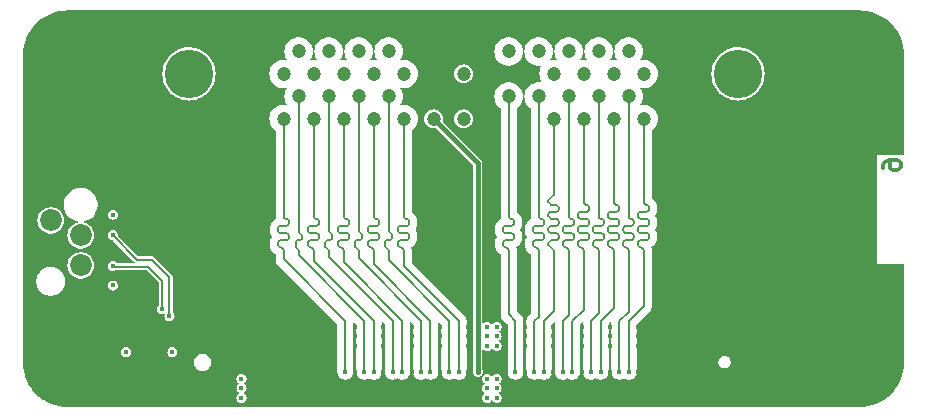
<source format=gbl>
G04 #@! TF.GenerationSoftware,KiCad,Pcbnew,8.0.6*
G04 #@! TF.CreationDate,2024-11-07T02:27:23-08:00*
G04 #@! TF.ProjectId,mse-50-hd,6d73652d-3530-42d6-9864-2e6b69636164,1*
G04 #@! TF.SameCoordinates,Original*
G04 #@! TF.FileFunction,Copper,L6,Bot*
G04 #@! TF.FilePolarity,Positive*
%FSLAX46Y46*%
G04 Gerber Fmt 4.6, Leading zero omitted, Abs format (unit mm)*
G04 Created by KiCad (PCBNEW 8.0.6) date 2024-11-07 02:27:23*
%MOMM*%
%LPD*%
G01*
G04 APERTURE LIST*
%ADD10C,0.300000*%
G04 #@! TA.AperFunction,NonConductor*
%ADD11C,0.300000*%
G04 #@! TD*
G04 #@! TA.AperFunction,ComponentPad*
%ADD12C,1.200000*%
G04 #@! TD*
G04 #@! TA.AperFunction,ComponentPad*
%ADD13C,4.100000*%
G04 #@! TD*
G04 #@! TA.AperFunction,ComponentPad*
%ADD14C,6.400000*%
G04 #@! TD*
G04 #@! TA.AperFunction,ComponentPad*
%ADD15C,1.850000*%
G04 #@! TD*
G04 #@! TA.AperFunction,ViaPad*
%ADD16C,0.450000*%
G04 #@! TD*
G04 #@! TA.AperFunction,Conductor*
%ADD17C,0.200000*%
G04 #@! TD*
G04 #@! TA.AperFunction,Conductor*
%ADD18C,0.151400*%
G04 #@! TD*
G04 #@! TA.AperFunction,Conductor*
%ADD19C,0.400000*%
G04 #@! TD*
G04 APERTURE END LIST*
D10*
D11*
X-1999172Y20414285D02*
X-1999172Y20700000D01*
X-1999172Y20700000D02*
X-1927743Y20842857D01*
X-1927743Y20842857D02*
X-1856315Y20914285D01*
X-1856315Y20914285D02*
X-1642029Y21057143D01*
X-1642029Y21057143D02*
X-1356315Y21128571D01*
X-1356315Y21128571D02*
X-784886Y21128571D01*
X-784886Y21128571D02*
X-642029Y21057143D01*
X-642029Y21057143D02*
X-570600Y20985714D01*
X-570600Y20985714D02*
X-499172Y20842857D01*
X-499172Y20842857D02*
X-499172Y20557143D01*
X-499172Y20557143D02*
X-570600Y20414285D01*
X-570600Y20414285D02*
X-642029Y20342857D01*
X-642029Y20342857D02*
X-784886Y20271428D01*
X-784886Y20271428D02*
X-1142029Y20271428D01*
X-1142029Y20271428D02*
X-1284886Y20342857D01*
X-1284886Y20342857D02*
X-1356315Y20414285D01*
X-1356315Y20414285D02*
X-1427743Y20557143D01*
X-1427743Y20557143D02*
X-1427743Y20842857D01*
X-1427743Y20842857D02*
X-1356315Y20985714D01*
X-1356315Y20985714D02*
X-1284886Y21057143D01*
X-1284886Y21057143D02*
X-1142029Y21128571D01*
D12*
G04 #@! TO.P,J5,1,Pin_1*
G04 #@! TO.N,/CON.DB0+*
X-52740001Y24606000D03*
G04 #@! TO.P,J5,2,Pin_2*
G04 #@! TO.N,/CON.DB1+*
X-51470000Y26511001D03*
G04 #@! TO.P,J5,3,Pin_3*
G04 #@! TO.N,/CON.DB2+*
X-50200000Y24606000D03*
G04 #@! TO.P,J5,4,Pin_4*
G04 #@! TO.N,/CON.DB3+*
X-48930001Y26511001D03*
G04 #@! TO.P,J5,5,Pin_5*
G04 #@! TO.N,/CON.DB4+*
X-47659999Y24606000D03*
G04 #@! TO.P,J5,6,Pin_6*
G04 #@! TO.N,/CON.DB5+*
X-46390000Y26510998D03*
G04 #@! TO.P,J5,7,Pin_7*
G04 #@! TO.N,/CON.DB6+*
X-45119999Y24606000D03*
G04 #@! TO.P,J5,8,Pin_8*
G04 #@! TO.N,/CON.DB7+*
X-43850001Y26511001D03*
G04 #@! TO.P,J5,9,Pin_9*
G04 #@! TO.N,/CON.DP0+*
X-42579998Y24606000D03*
G04 #@! TO.P,J5,10,Pin_10*
G04 #@! TO.N,GND*
X-41310001Y26511001D03*
G04 #@! TO.P,J5,11,Pin_11*
G04 #@! TO.N,/CON.DIFFSENSE*
X-40039997Y24606000D03*
G04 #@! TO.P,J5,12,Pin_12*
G04 #@! TO.N,GND*
X-38770000Y26511001D03*
G04 #@! TO.P,J5,13,Pin_13*
G04 #@! TO.N,unconnected-(J5-Pin_13-Pad13)*
X-37500000Y24606000D03*
G04 #@! TO.P,J5,14,Pin_14*
G04 #@! TO.N,GND*
X-36229999Y26510998D03*
G04 #@! TO.P,J5,15,Pin_15*
X-34959999Y24606000D03*
G04 #@! TO.P,J5,16,Pin_16*
G04 #@! TO.N,/CON.ATN+*
X-33690000Y26510998D03*
G04 #@! TO.P,J5,17,Pin_17*
G04 #@! TO.N,GND*
X-32419998Y24606000D03*
G04 #@! TO.P,J5,18,Pin_18*
G04 #@! TO.N,/CON.BSY+*
X-31149999Y26511001D03*
G04 #@! TO.P,J5,19,Pin_19*
G04 #@! TO.N,/CON.ACK+*
X-29880001Y24606000D03*
G04 #@! TO.P,J5,20,Pin_20*
G04 #@! TO.N,/CON.RST+*
X-28610000Y26511001D03*
G04 #@! TO.P,J5,21,Pin_21*
G04 #@! TO.N,/CON.MSG+*
X-27340000Y24606000D03*
G04 #@! TO.P,J5,22,Pin_22*
G04 #@! TO.N,/CON.SEL+*
X-26070000Y26511001D03*
G04 #@! TO.P,J5,23,Pin_23*
G04 #@! TO.N,/CON.C{slash}D+*
X-24799999Y24606000D03*
G04 #@! TO.P,J5,24,Pin_24*
G04 #@! TO.N,/CON.REQ+*
X-23530000Y26510998D03*
G04 #@! TO.P,J5,25,Pin_25*
G04 #@! TO.N,/CON.I{slash}O+*
X-22259999Y24606000D03*
G04 #@! TO.P,J5,26,Pin_26*
G04 #@! TO.N,/CON.DB0-*
X-52740002Y28416000D03*
G04 #@! TO.P,J5,27,Pin_27*
G04 #@! TO.N,/CON.DB1-*
X-51470000Y30320999D03*
G04 #@! TO.P,J5,28,Pin_28*
G04 #@! TO.N,/CON.DB2-*
X-50200002Y28415999D03*
G04 #@! TO.P,J5,29,Pin_29*
G04 #@! TO.N,/CON.DB3-*
X-48929998Y30320999D03*
G04 #@! TO.P,J5,30,Pin_30*
G04 #@! TO.N,/CON.DB4-*
X-47660000Y28415999D03*
G04 #@! TO.P,J5,31,Pin_31*
G04 #@! TO.N,/CON.DB5-*
X-46389999Y30320999D03*
G04 #@! TO.P,J5,32,Pin_32*
G04 #@! TO.N,/CON.DB6-*
X-45120000Y28415999D03*
G04 #@! TO.P,J5,33,Pin_33*
G04 #@! TO.N,/CON.DB7-*
X-43849998Y30320999D03*
G04 #@! TO.P,J5,34,Pin_34*
G04 #@! TO.N,/CON.DP0-*
X-42580001Y28415999D03*
G04 #@! TO.P,J5,35,Pin_35*
G04 #@! TO.N,GND*
X-41309999Y30320999D03*
G04 #@! TO.P,J5,36,Pin_36*
X-40040000Y28416000D03*
G04 #@! TO.P,J5,37,Pin_37*
X-38770000Y30320999D03*
G04 #@! TO.P,J5,38,Pin_38*
G04 #@! TO.N,/CON.TERMPWR*
X-37500000Y28415999D03*
G04 #@! TO.P,J5,39,Pin_39*
G04 #@! TO.N,GND*
X-36229999Y30320999D03*
G04 #@! TO.P,J5,40,Pin_40*
X-34960002Y28415999D03*
G04 #@! TO.P,J5,41,Pin_41*
G04 #@! TO.N,/CON.ATN-*
X-33689997Y30320999D03*
G04 #@! TO.P,J5,42,Pin_42*
G04 #@! TO.N,GND*
X-32420000Y28415999D03*
G04 #@! TO.P,J5,43,Pin_43*
G04 #@! TO.N,/CON.BSY-*
X-31149999Y30320999D03*
G04 #@! TO.P,J5,44,Pin_44*
G04 #@! TO.N,/CON.ACK-*
X-29880002Y28416000D03*
G04 #@! TO.P,J5,45,Pin_45*
G04 #@! TO.N,/CON.RST-*
X-28610000Y30320998D03*
G04 #@! TO.P,J5,46,Pin_46*
G04 #@! TO.N,/CON.MSG-*
X-27340002Y28415999D03*
G04 #@! TO.P,J5,47,Pin_47*
G04 #@! TO.N,/CON.SEL-*
X-26069998Y30320999D03*
G04 #@! TO.P,J5,48,Pin_48*
G04 #@! TO.N,/CON.C{slash}D-*
X-24800000Y28415999D03*
G04 #@! TO.P,J5,49,Pin_49*
G04 #@! TO.N,/CON.REQ-*
X-23529999Y30320999D03*
G04 #@! TO.P,J5,50,Pin_50*
G04 #@! TO.N,/CON.I{slash}O-*
X-22260000Y28415999D03*
D13*
G04 #@! TO.P,J5,SHIELD,SHIELD*
G04 #@! TO.N,/SHIELD*
X-14258999Y28415999D03*
X-60741000Y28415999D03*
G04 #@! TD*
D14*
G04 #@! TO.P,H4,1,1*
G04 #@! TO.N,GND*
X-4000000Y4000000D03*
G04 #@! TD*
D15*
G04 #@! TO.P,J3,1,Pin_1*
G04 #@! TO.N,+3V3*
X-72440000Y16010000D03*
G04 #@! TO.P,J3,2,Pin_2*
G04 #@! TO.N,/PHY.ID_SDA*
X-69900000Y14740000D03*
G04 #@! TO.P,J3,3,Pin_3*
G04 #@! TO.N,GND*
X-72440000Y13470000D03*
G04 #@! TO.P,J3,4,Pin_4*
G04 #@! TO.N,/PHY.ID_SCL*
X-69900000Y12200000D03*
G04 #@! TD*
D14*
G04 #@! TO.P,H3,1,1*
G04 #@! TO.N,GND*
X-71000000Y4000000D03*
G04 #@! TD*
D16*
G04 #@! TO.N,GND*
X-20300000Y5400000D03*
X-22700000Y1800000D03*
X-49100000Y1800000D03*
X-53900000Y1000000D03*
X-29900000Y2600000D03*
X-39500000Y6200000D03*
X-39500000Y1800000D03*
X-44300000Y7000000D03*
X-49100000Y6200000D03*
X-64650000Y4000000D03*
X-46700000Y6200000D03*
X-51500000Y2600000D03*
X-27500000Y2600000D03*
X-39500000Y7000000D03*
X-32300000Y1800000D03*
X-53900000Y5400000D03*
X-20300000Y1800000D03*
X-53900000Y2600000D03*
X-37100000Y5400000D03*
X-63600000Y4000000D03*
X-25100000Y7000000D03*
X-39500000Y5400000D03*
X-33900000Y1000000D03*
X-41900000Y1000000D03*
X-64100000Y4500000D03*
X-33900000Y2600000D03*
X-44300000Y3200000D03*
X-49100000Y2600000D03*
X-33900000Y6200000D03*
X-51500000Y5400000D03*
X-32300000Y3200000D03*
X-20300000Y3200000D03*
X-44300000Y6200000D03*
X-27500000Y6200000D03*
X-39500000Y1000000D03*
X-29900000Y3200000D03*
X-25100000Y1800000D03*
X-41900000Y7000000D03*
X-53900000Y7000000D03*
X-41900000Y6200000D03*
X-27500000Y5400000D03*
X-54700000Y6200000D03*
X-29900000Y1000000D03*
X-20300000Y1000000D03*
X-53900000Y1800000D03*
X-51500000Y6200000D03*
X-20300000Y2600000D03*
X-49100000Y3200000D03*
X-22700000Y1000000D03*
X-44300000Y5400000D03*
X-33900000Y1800000D03*
X-32300000Y5400000D03*
X-37100000Y3200000D03*
X-20300000Y6200000D03*
X-37100000Y6200000D03*
X-25100000Y2600000D03*
X-33900000Y3200000D03*
X-27500000Y3200000D03*
X-37100000Y7000000D03*
X-39500000Y2600000D03*
X-25100000Y6200000D03*
X-33900000Y7000000D03*
X-51500000Y7000000D03*
X-54700000Y7000000D03*
X-29900000Y7000000D03*
X-17900000Y3200000D03*
X-44300000Y1800000D03*
X-22700000Y2600000D03*
X-17900000Y5400000D03*
X-41900000Y2600000D03*
X-17900000Y7000000D03*
X-44300000Y1000000D03*
X-32300000Y7000000D03*
X-51500000Y1800000D03*
X-54700000Y5400000D03*
X-22700000Y6200000D03*
X-57100000Y5400000D03*
X-37100000Y1800000D03*
X-46700000Y1000000D03*
X-25100000Y1000000D03*
X-32300000Y2600000D03*
X-44300000Y2600000D03*
X-46700000Y5400000D03*
X-54700000Y1800000D03*
X-22700000Y7000000D03*
X-46700000Y2600000D03*
X-37100000Y1000000D03*
X-37100000Y2600000D03*
X-41900000Y3200000D03*
X-51500000Y1000000D03*
X-17900000Y1000000D03*
X-20300000Y7000000D03*
X-57100000Y6200000D03*
X-32300000Y1000000D03*
X-33900000Y5400000D03*
X-46700000Y1800000D03*
X-29900000Y5400000D03*
X-27500000Y1800000D03*
X-41900000Y1800000D03*
X-53900000Y3200000D03*
X-25100000Y3200000D03*
X-53900000Y6200000D03*
X-41900000Y5400000D03*
X-29900000Y6200000D03*
X-49100000Y5400000D03*
X-54700000Y2600000D03*
X-46700000Y3200000D03*
X-49100000Y7000000D03*
X-49100000Y1000000D03*
X-46700000Y7000000D03*
X-29900000Y1800000D03*
X-25100000Y5400000D03*
X-64100000Y3500000D03*
X-32300000Y6200000D03*
X-51500000Y3200000D03*
X-17900000Y6200000D03*
X-27500000Y1000000D03*
X-57100000Y7000000D03*
X-22700000Y5400000D03*
X-17900000Y2600000D03*
X-39500000Y3200000D03*
X-22700000Y3200000D03*
X-54700000Y1000000D03*
X-17900000Y1800000D03*
X-27500000Y7000000D03*
X-66050000Y3150000D03*
G04 #@! TO.N,/PHY.ID_SCL*
X-67200000Y12150000D03*
X-63000000Y8500000D03*
G04 #@! TO.N,+3V3*
X-56300000Y1800000D03*
X-67200000Y16500000D03*
X-67200000Y10500000D03*
X-66050000Y4850000D03*
X-56300000Y1000000D03*
X-56300000Y2600000D03*
X-62150000Y4850000D03*
G04 #@! TO.N,/PHY.ID_SDA*
X-67200000Y14750000D03*
X-62400000Y7900000D03*
G04 #@! TO.N,/CON.C{slash}D+*
X-25900000Y3200000D03*
G04 #@! TO.N,/CON.ACK+*
X-30700000Y3200000D03*
G04 #@! TO.N,/CON.TERMPWR*
X-34700000Y1800000D03*
X-35500000Y2600000D03*
X-35500000Y1800000D03*
X-34700000Y7000000D03*
X-34700000Y5400000D03*
X-34700000Y6200000D03*
X-35500000Y1000000D03*
X-35500000Y7000000D03*
X-34700000Y1000000D03*
X-35500000Y6200000D03*
X-34700000Y2600000D03*
X-35500000Y5400000D03*
G04 #@! TO.N,/CON.BSY+*
X-31500000Y3200000D03*
G04 #@! TO.N,/CON.DB5+*
X-41100000Y3200000D03*
G04 #@! TO.N,/CON.DP0+*
X-37900000Y3200000D03*
G04 #@! TO.N,/CON.SEL+*
X-26700000Y3200000D03*
G04 #@! TO.N,/CON.ATN+*
X-33100000Y3200000D03*
G04 #@! TO.N,/CON.DB7+*
X-38700000Y3200000D03*
G04 #@! TO.N,/CON.REQ+*
X-24300000Y3200000D03*
G04 #@! TO.N,/CON.MSG+*
X-28300000Y3200000D03*
G04 #@! TO.N,/CON.DB3+*
X-43500000Y3200000D03*
G04 #@! TO.N,/CON.DIFFSENSE*
X-36300000Y3200000D03*
G04 #@! TO.N,/CON.I{slash}O+*
X-23500000Y3200000D03*
G04 #@! TO.N,/CON.DB4+*
X-42700000Y3200000D03*
G04 #@! TO.N,/CON.RST+*
X-29100000Y3200000D03*
G04 #@! TO.N,/CON.DB6+*
X-40300000Y3200000D03*
G04 #@! TO.N,/CON.DB1+*
X-45900000Y3200000D03*
G04 #@! TO.N,/CON.DB2+*
X-45100000Y3200000D03*
G04 #@! TO.N,/CON.DB0+*
X-47500000Y3200000D03*
G04 #@! TD*
D17*
G04 #@! TO.N,/PHY.ID_SCL*
X-64200000Y12100000D02*
X-67150000Y12100000D01*
X-67150000Y12100000D02*
X-67200000Y12150000D01*
X-63000000Y10900000D02*
X-64200000Y12100000D01*
X-63000000Y8500000D02*
X-63000000Y10900000D01*
G04 #@! TO.N,/PHY.ID_SDA*
X-62400000Y11200000D02*
X-63900000Y12700000D01*
X-65150000Y12700000D02*
X-67200000Y14750000D01*
X-62400000Y7900000D02*
X-62400000Y11200000D01*
X-63900000Y12700000D02*
X-65150000Y12700000D01*
D18*
G04 #@! TO.N,/CON.C{slash}D+*
X-24799999Y8600001D02*
X-24799999Y13500000D01*
X-24309243Y15780000D02*
X-24309243Y15900000D01*
X-24549243Y14940000D02*
X-24799999Y14940000D01*
X-25290755Y16380000D02*
X-25290755Y16500000D01*
X-25900000Y3200000D02*
X-25900000Y7500000D01*
X-24309243Y14580000D02*
X-24309243Y14700000D01*
X-25900000Y7500000D02*
X-24799999Y8600001D01*
X-25039999Y13740000D02*
X-25050767Y13740000D01*
X-24799999Y17580000D02*
X-24799999Y17700000D01*
X-24799999Y17700000D02*
X-24799999Y22500000D01*
X-24799999Y15540000D02*
X-24549243Y15540000D01*
X-24799999Y16140000D02*
X-25050755Y16140000D01*
X-25050755Y16740000D02*
X-24799999Y16740000D01*
X-24549243Y17340000D02*
X-24559999Y17340000D01*
X-24309243Y16980000D02*
X-24309243Y17100000D01*
X-25290755Y15180000D02*
X-25290755Y15300000D01*
X-24799999Y14940000D02*
X-25050755Y14940000D01*
X-24549243Y16140000D02*
X-24799999Y16140000D01*
X-24799999Y22500000D02*
X-24799999Y24606000D01*
X-24799999Y16740000D02*
X-24559999Y16740000D01*
X-25290767Y13980000D02*
X-25290767Y14100000D01*
X-24799999Y14340000D02*
X-24549243Y14340000D01*
X-25050767Y14340000D02*
X-25039999Y14340000D01*
X-25050755Y15540000D02*
X-24799999Y15540000D01*
X-24559999Y16740000D02*
X-24549243Y16740000D01*
X-25039999Y14340000D02*
X-24799999Y14340000D01*
X-24549243Y16740000D02*
G75*
G03*
X-24309200Y16980000I43J240000D01*
G01*
X-25290767Y14100000D02*
G75*
G02*
X-25050767Y14339967I239967J0D01*
G01*
X-25050767Y13740000D02*
G75*
G02*
X-25290800Y13980000I-33J240000D01*
G01*
X-24799999Y13500000D02*
G75*
G03*
X-25039999Y13740001I-240001J0D01*
G01*
X-24309243Y15900000D02*
G75*
G03*
X-24549243Y16139957I-239957J0D01*
G01*
X-25050755Y16140000D02*
G75*
G02*
X-25290800Y16380000I-45J240000D01*
G01*
X-24549243Y15540000D02*
G75*
G03*
X-24309200Y15780000I43J240000D01*
G01*
X-24309243Y17100000D02*
G75*
G03*
X-24549243Y17339957I-239957J0D01*
G01*
X-24559999Y17340000D02*
G75*
G02*
X-24800000Y17580000I-1J240000D01*
G01*
X-25050755Y14940000D02*
G75*
G02*
X-25290800Y15180000I-45J240000D01*
G01*
X-25290755Y16500000D02*
G75*
G02*
X-25050755Y16739955I239955J0D01*
G01*
X-24549243Y14340000D02*
G75*
G03*
X-24309200Y14580000I43J240000D01*
G01*
X-25290755Y15300000D02*
G75*
G02*
X-25050755Y15539955I239955J0D01*
G01*
X-24309243Y14700000D02*
G75*
G03*
X-24549243Y14939957I-239957J0D01*
G01*
G04 #@! TO.N,/CON.ACK+*
X-30313725Y15156862D02*
X-30313725Y15323138D01*
X-29880001Y18153201D02*
X-29880001Y18300000D01*
X-29880001Y14340000D02*
X-29663139Y14340000D01*
X-30093214Y14340000D02*
X-29880001Y14340000D01*
X-30096863Y15540000D02*
X-29880001Y15540000D01*
X-30700000Y3200000D02*
X-30700000Y7500000D01*
X-29446277Y16956862D02*
X-29446277Y17123138D01*
X-30313725Y16356862D02*
X-30313725Y16523138D01*
X-29446277Y15756862D02*
X-29446277Y15923138D01*
X-29880001Y14940000D02*
X-30096863Y14940000D01*
X-29880001Y16140000D02*
X-30096863Y16140000D01*
X-29663139Y17340000D02*
X-29880001Y17340000D01*
X-29880001Y8319999D02*
X-29880001Y13500000D01*
X-30096863Y16740000D02*
X-29880001Y16740000D01*
X-29663139Y14940000D02*
X-29880001Y14940000D01*
X-29880001Y15540000D02*
X-29663139Y15540000D01*
X-29880001Y17340000D02*
X-30093202Y17340000D01*
X-29880001Y22500000D02*
X-29880001Y24606000D01*
X-30306427Y13926426D02*
X-30306427Y14126787D01*
X-30306403Y17553201D02*
X-30306403Y17726799D01*
X-29446277Y14556862D02*
X-29446277Y14723138D01*
X-29663139Y16140000D02*
X-29880001Y16140000D01*
X-29880001Y16740000D02*
X-29663139Y16740000D01*
X-30700000Y7500000D02*
X-29880001Y8319999D01*
X-29880001Y18300000D02*
X-29880001Y22500000D01*
X-30096863Y14940000D02*
G75*
G02*
X-30313800Y15156862I-37J216900D01*
G01*
X-30096863Y16140000D02*
G75*
G02*
X-30313800Y16356862I-37J216900D01*
G01*
X-30093202Y17940000D02*
G75*
G03*
X-29880000Y18153201I2J213200D01*
G01*
X-29446277Y17123138D02*
G75*
G03*
X-29663139Y17339923I-216823J-38D01*
G01*
X-29880001Y13500000D02*
G75*
G03*
X-30093214Y13713199I-213199J0D01*
G01*
X-29663139Y14340000D02*
G75*
G03*
X-29446200Y14556862I39J216900D01*
G01*
X-30306427Y14126787D02*
G75*
G02*
X-30093214Y14340027I213227J13D01*
G01*
X-30306403Y17726799D02*
G75*
G02*
X-30093202Y17940003I213203J1D01*
G01*
X-30313725Y15323138D02*
G75*
G02*
X-30096863Y15539925I216825J-38D01*
G01*
X-30093202Y17340000D02*
G75*
G02*
X-30306400Y17553201I2J213200D01*
G01*
X-29446277Y15923138D02*
G75*
G03*
X-29663139Y16139923I-216823J-38D01*
G01*
X-29663139Y16740000D02*
G75*
G03*
X-29446200Y16956862I39J216900D01*
G01*
X-29663139Y15540000D02*
G75*
G03*
X-29446200Y15756862I39J216900D01*
G01*
X-29446277Y14723138D02*
G75*
G03*
X-29663139Y14939923I-216823J-38D01*
G01*
X-30313725Y16523138D02*
G75*
G02*
X-30096863Y16739925I216825J-38D01*
G01*
X-30093214Y13713213D02*
G75*
G02*
X-30306387Y13926426I14J213187D01*
G01*
G04 #@! TO.N,/CON.BSY+*
X-31635350Y15180000D02*
X-31635350Y15300000D01*
X-31149999Y22500000D02*
X-31149999Y26511001D01*
X-30664652Y14580000D02*
X-30664652Y14700000D01*
X-31395350Y15540000D02*
X-31149999Y15540000D01*
X-30664652Y15780000D02*
X-30664652Y15900000D01*
X-30909999Y15540000D02*
X-30904652Y15540000D01*
X-31149999Y14940000D02*
X-31395350Y14940000D01*
X-30904652Y16140000D02*
X-30909999Y16140000D01*
X-31149999Y16500000D02*
X-31149999Y22500000D01*
X-31389999Y13740000D02*
X-31395350Y13740000D01*
X-31500000Y3200000D02*
X-31500000Y7500000D01*
X-31149999Y16380000D02*
X-31149999Y16500000D01*
X-31389999Y14340000D02*
X-31149999Y14340000D01*
X-31635350Y13980000D02*
X-31635350Y14100000D01*
X-31395350Y14340000D02*
X-31389999Y14340000D01*
X-31149999Y14340000D02*
X-30904652Y14340000D01*
X-31149999Y15540000D02*
X-30909999Y15540000D01*
X-31500000Y7500000D02*
X-31149999Y7850001D01*
X-31149999Y7850001D02*
X-31149999Y13500000D01*
X-30904652Y14940000D02*
X-31149999Y14940000D01*
X-30664652Y15900000D02*
G75*
G03*
X-30904652Y16140048I-240048J0D01*
G01*
X-31635350Y15300000D02*
G75*
G02*
X-31395350Y15539950I239950J0D01*
G01*
X-30909999Y16140000D02*
G75*
G02*
X-31150000Y16380000I-1J240000D01*
G01*
X-30664652Y14700000D02*
G75*
G03*
X-30904652Y14940048I-240048J0D01*
G01*
X-30904652Y15540000D02*
G75*
G03*
X-30664700Y15780000I-48J240000D01*
G01*
X-31395350Y13740000D02*
G75*
G02*
X-31635400Y13980000I-50J240000D01*
G01*
X-31149999Y13500000D02*
G75*
G03*
X-31389999Y13740001I-240001J0D01*
G01*
X-30904652Y14340000D02*
G75*
G03*
X-30664700Y14580000I-48J240000D01*
G01*
X-31395350Y14940000D02*
G75*
G02*
X-31635400Y15180000I-50J240000D01*
G01*
X-31635350Y14100000D02*
G75*
G02*
X-31395350Y14339950I239950J0D01*
G01*
G04 #@! TO.N,/CON.DB5+*
X-46092622Y14488689D02*
X-46092622Y14791311D01*
X-46390000Y22500000D02*
X-46390000Y26510998D01*
X-46390000Y15300000D02*
X-46390000Y22500000D01*
X-46390000Y14340000D02*
X-46241311Y14340000D01*
X-46687348Y13797348D02*
X-46687348Y14191326D01*
X-46390000Y12790000D02*
X-46390000Y13500000D01*
X-46538674Y14340000D02*
X-46390000Y14340000D01*
X-41100000Y3200000D02*
X-41100000Y7500000D01*
X-41100000Y7500000D02*
X-46390000Y12790000D01*
X-46390000Y15088689D02*
X-46390000Y15300000D01*
X-46241311Y14940000D02*
G75*
G02*
X-46390000Y15088689I11J148700D01*
G01*
X-46092622Y14791311D02*
G75*
G03*
X-46241311Y14939978I-148678J-11D01*
G01*
X-46538674Y13648674D02*
G75*
G02*
X-46687326Y13797348I-26J148626D01*
G01*
X-46687348Y14191326D02*
G75*
G02*
X-46538674Y14339948I148648J-26D01*
G01*
X-46390000Y13500000D02*
G75*
G03*
X-46538674Y13648700I-148700J0D01*
G01*
X-46241311Y14340000D02*
G75*
G03*
X-46092600Y14488689I11J148700D01*
G01*
G04 #@! TO.N,/CON.DP0+*
X-42839270Y14340000D02*
X-42819998Y14340000D01*
X-42819998Y13740000D02*
X-42839270Y13740000D01*
X-42339998Y15540000D02*
X-42320726Y15540000D01*
X-42579998Y22500000D02*
X-42579998Y24606000D01*
X-42579998Y15540000D02*
X-42339998Y15540000D01*
X-42579998Y12179998D02*
X-42579998Y13500000D01*
X-42080726Y14580000D02*
X-42080726Y14700000D01*
X-42320726Y14940000D02*
X-42579998Y14940000D01*
X-43079292Y15180000D02*
X-43079292Y15300000D01*
X-42579998Y16380000D02*
X-42579998Y16500000D01*
X-37900000Y3200000D02*
X-37900000Y7500000D01*
X-42579998Y14940000D02*
X-42839292Y14940000D01*
X-37900000Y7500000D02*
X-42579998Y12179998D01*
X-43079270Y13980000D02*
X-43079270Y14100000D01*
X-42579998Y16500000D02*
X-42579998Y22500000D01*
X-42320726Y16140000D02*
X-42339998Y16140000D01*
X-42839292Y15540000D02*
X-42579998Y15540000D01*
X-42579998Y14340000D02*
X-42320726Y14340000D01*
X-42819998Y14340000D02*
X-42579998Y14340000D01*
X-42080726Y15780000D02*
X-42080726Y15900000D01*
X-42080726Y15900000D02*
G75*
G03*
X-42320726Y16139974I-239974J0D01*
G01*
X-42320726Y15540000D02*
G75*
G03*
X-42080700Y15780000I26J240000D01*
G01*
X-42080726Y14700000D02*
G75*
G03*
X-42320726Y14939974I-239974J0D01*
G01*
X-42839292Y14940000D02*
G75*
G02*
X-43079300Y15180000I-8J240000D01*
G01*
X-42339998Y16140000D02*
G75*
G02*
X-42580000Y16380000I-2J240000D01*
G01*
X-43079292Y15300000D02*
G75*
G02*
X-42839292Y15539992I239992J0D01*
G01*
X-42839270Y13740000D02*
G75*
G02*
X-43079300Y13980000I-30J240000D01*
G01*
X-42320726Y14340000D02*
G75*
G03*
X-42080700Y14580000I26J240000D01*
G01*
X-42579998Y13500000D02*
G75*
G03*
X-42819998Y13740002I-240002J0D01*
G01*
X-43079270Y14100000D02*
G75*
G02*
X-42839270Y14339970I239970J0D01*
G01*
G04 #@! TO.N,/CON.SEL+*
X-26536532Y13966532D02*
X-26536532Y14106734D01*
X-26303266Y14340000D02*
X-26070000Y14340000D01*
X-26070000Y16500000D02*
X-26070000Y22500000D01*
X-26070000Y16373266D02*
X-26070000Y16500000D01*
X-25835825Y14940000D02*
X-26070000Y14940000D01*
X-25603468Y15773266D02*
X-25603468Y15906734D01*
X-26070000Y15540000D02*
X-25836734Y15540000D01*
X-26070000Y8130000D02*
X-26070000Y13500000D01*
X-26700000Y3200000D02*
X-26700000Y7500000D01*
X-26070000Y14340000D02*
X-25835825Y14340000D01*
X-26538350Y15174175D02*
X-26538350Y15305825D01*
X-26304175Y15540000D02*
X-26070000Y15540000D01*
X-26070000Y22500000D02*
X-26070000Y26511001D01*
X-25601650Y14574175D02*
X-25601650Y14705825D01*
X-26070000Y14940000D02*
X-26304175Y14940000D01*
X-26700000Y7500000D02*
X-26070000Y8130000D01*
X-25836734Y16140000D02*
G75*
G02*
X-26070000Y16373266I34J233300D01*
G01*
X-25835825Y14340000D02*
G75*
G03*
X-25601600Y14574175I25J234200D01*
G01*
X-26303266Y13733266D02*
G75*
G02*
X-26536534Y13966532I-34J233234D01*
G01*
X-25836734Y15540000D02*
G75*
G03*
X-25603400Y15773266I34J233300D01*
G01*
X-26304175Y14940000D02*
G75*
G02*
X-26538400Y15174175I-25J234200D01*
G01*
X-25601650Y14705825D02*
G75*
G03*
X-25835825Y14939950I-234150J-25D01*
G01*
X-26536532Y14106734D02*
G75*
G02*
X-26303266Y14339932I233232J-34D01*
G01*
X-25603468Y15906734D02*
G75*
G03*
X-25836734Y16139932I-233232J-34D01*
G01*
X-26070000Y13500000D02*
G75*
G03*
X-26303266Y13733300I-233300J0D01*
G01*
X-26538350Y15305825D02*
G75*
G02*
X-26304175Y15539950I234150J-25D01*
G01*
G04 #@! TO.N,/CON.ATN+*
X-33690000Y16500000D02*
X-33690000Y22500000D01*
X-33690000Y14340000D02*
X-33454506Y14340000D01*
X-33220424Y15774788D02*
X-33220424Y15905212D01*
X-33925494Y15540000D02*
X-33690000Y15540000D01*
X-33690000Y8090000D02*
X-33690000Y13500000D01*
X-33690000Y14940000D02*
X-33925494Y14940000D01*
X-33690000Y16374788D02*
X-33690000Y16500000D01*
X-33454506Y14940000D02*
X-33690000Y14940000D01*
X-33219013Y14575493D02*
X-33219013Y14704507D01*
X-33924777Y14340000D02*
X-33690000Y14340000D01*
X-33100000Y3200000D02*
X-33100000Y7500000D01*
X-34159554Y13969554D02*
X-34159554Y14105223D01*
X-33100000Y7500000D02*
X-33690000Y8090000D01*
X-33690000Y15540000D02*
X-33455212Y15540000D01*
X-34160987Y15175493D02*
X-34160987Y15304507D01*
X-33690000Y22500000D02*
X-33690000Y26510998D01*
X-33455212Y15540000D02*
G75*
G03*
X-33220400Y15774788I12J234800D01*
G01*
X-33220424Y15905212D02*
G75*
G03*
X-33455212Y16139976I-234776J-12D01*
G01*
X-33924777Y13734777D02*
G75*
G02*
X-34159623Y13969554I-23J234823D01*
G01*
X-33690000Y13500000D02*
G75*
G03*
X-33924777Y13734800I-234800J0D01*
G01*
X-33455212Y16140000D02*
G75*
G02*
X-33690000Y16374788I12J234800D01*
G01*
X-33454506Y14340000D02*
G75*
G03*
X-33219000Y14575493I6J235500D01*
G01*
X-33925494Y14940000D02*
G75*
G02*
X-34161000Y15175493I-6J235500D01*
G01*
X-34159554Y14105223D02*
G75*
G02*
X-33924777Y14339954I234754J-23D01*
G01*
X-34160987Y15304507D02*
G75*
G02*
X-33925494Y15539987I235487J-7D01*
G01*
X-33219013Y14704507D02*
G75*
G03*
X-33454506Y14939987I-235487J-7D01*
G01*
G04 #@! TO.N,/CON.DB7+*
X-44168729Y13818728D02*
X-44168729Y14180636D01*
X-43531251Y14499375D02*
X-43531251Y14780625D01*
X-43850001Y14340000D02*
X-43690626Y14340000D01*
X-43850001Y22500000D02*
X-43850001Y26511001D01*
X-43850001Y12650001D02*
X-43850001Y13500000D01*
X-38700000Y3200000D02*
X-38700000Y7500000D01*
X-43850001Y15099375D02*
X-43850001Y15300000D01*
X-44009365Y14340000D02*
X-43850001Y14340000D01*
X-43850001Y15300000D02*
X-43850001Y22500000D01*
X-38700000Y7500000D02*
X-43850001Y12650001D01*
X-44168729Y14180636D02*
G75*
G02*
X-44009365Y14339929I159329J-36D01*
G01*
X-43690626Y14340000D02*
G75*
G03*
X-43531200Y14499375I26J159400D01*
G01*
X-44009365Y13659364D02*
G75*
G02*
X-44168736Y13818728I-35J159336D01*
G01*
X-43531251Y14780625D02*
G75*
G03*
X-43690626Y14939949I-159349J-25D01*
G01*
X-43850001Y13500000D02*
G75*
G03*
X-44009365Y13659399I-159399J0D01*
G01*
X-43690626Y14940000D02*
G75*
G02*
X-43850000Y15099375I26J159400D01*
G01*
G04 #@! TO.N,/CON.REQ+*
X-23074154Y15767923D02*
X-23074154Y15912077D01*
X-23070880Y14569560D02*
X-23070880Y14710440D01*
X-23530000Y15540000D02*
X-23302077Y15540000D01*
X-24300000Y3200000D02*
X-24300000Y7500000D01*
X-23530000Y16500000D02*
X-23530000Y22500000D01*
X-23530000Y14940000D02*
X-23759560Y14940000D01*
X-23985846Y13955846D02*
X-23985846Y14112077D01*
X-23759560Y15540000D02*
X-23530000Y15540000D01*
X-23989120Y15169560D02*
X-23989120Y15310440D01*
X-23530000Y16367923D02*
X-23530000Y16500000D01*
X-23300440Y14940000D02*
X-23530000Y14940000D01*
X-23530000Y14340000D02*
X-23300440Y14340000D01*
X-24300000Y7500000D02*
X-23530000Y8270000D01*
X-23530000Y8270000D02*
X-23530000Y13500000D01*
X-23530000Y22500000D02*
X-23530000Y26510998D01*
X-23757923Y14340000D02*
X-23530000Y14340000D01*
X-23302077Y16140000D02*
G75*
G02*
X-23530000Y16367923I-23J227900D01*
G01*
X-23989120Y15310440D02*
G75*
G02*
X-23759560Y15539920I229520J-40D01*
G01*
X-23300440Y14340000D02*
G75*
G03*
X-23070800Y14569560I40J229600D01*
G01*
X-23070880Y14710440D02*
G75*
G03*
X-23300440Y14939920I-229520J-40D01*
G01*
X-23757923Y13727923D02*
G75*
G02*
X-23985777Y13955846I23J227877D01*
G01*
X-23074154Y15912077D02*
G75*
G03*
X-23302077Y16140046I-227946J23D01*
G01*
X-23302077Y15540000D02*
G75*
G03*
X-23074200Y15767923I-23J227900D01*
G01*
X-23759560Y14940000D02*
G75*
G02*
X-23989200Y15169560I-40J229600D01*
G01*
X-23985846Y14112077D02*
G75*
G02*
X-23757923Y14340046I227946J23D01*
G01*
X-23530000Y13500000D02*
G75*
G03*
X-23757923Y13727900I-227900J0D01*
G01*
G04 #@! TO.N,/CON.MSG+*
X-27340000Y8460000D02*
X-27340000Y13500000D01*
X-26844389Y16980000D02*
X-26844389Y17100000D01*
X-27340000Y14940000D02*
X-27595611Y14940000D01*
X-27340000Y22500000D02*
X-27340000Y24606000D01*
X-27595588Y16740000D02*
X-27340000Y16740000D01*
X-27084389Y16140000D02*
X-27340000Y16140000D01*
X-27835611Y15180000D02*
X-27835611Y15300000D01*
X-27340000Y14340000D02*
X-27084412Y14340000D01*
X-27835588Y16380000D02*
X-27835588Y16500000D01*
X-27340000Y16140000D02*
X-27595588Y16140000D01*
X-27084412Y14940000D02*
X-27340000Y14940000D01*
X-27580000Y14340000D02*
X-27340000Y14340000D01*
X-26844412Y14580000D02*
X-26844412Y14700000D01*
X-27595588Y14340000D02*
X-27580000Y14340000D01*
X-28300000Y3200000D02*
X-28300000Y7500000D01*
X-27340000Y16740000D02*
X-27100000Y16740000D01*
X-27835588Y13980000D02*
X-27835588Y14100000D01*
X-26844389Y15780000D02*
X-26844389Y15900000D01*
X-27595611Y15540000D02*
X-27340000Y15540000D01*
X-27100000Y16740000D02*
X-27084389Y16740000D01*
X-28300000Y7500000D02*
X-27340000Y8460000D01*
X-27340000Y17580000D02*
X-27340000Y17700000D01*
X-27340000Y15540000D02*
X-27084389Y15540000D01*
X-27084389Y17340000D02*
X-27100000Y17340000D01*
X-27580000Y13740000D02*
X-27595588Y13740000D01*
X-27340000Y17700000D02*
X-27340000Y22500000D01*
X-26844412Y14700000D02*
G75*
G03*
X-27084412Y14939988I-239988J0D01*
G01*
X-27084389Y16740000D02*
G75*
G03*
X-26844400Y16980000I-11J240000D01*
G01*
X-27595588Y16140000D02*
G75*
G02*
X-27835600Y16380000I-12J240000D01*
G01*
X-27835588Y16500000D02*
G75*
G02*
X-27595588Y16739988I239988J0D01*
G01*
X-27100000Y17340000D02*
G75*
G02*
X-27340000Y17580000I0J240000D01*
G01*
X-27595611Y14940000D02*
G75*
G02*
X-27835600Y15180000I11J240000D01*
G01*
X-27340000Y13500000D02*
G75*
G03*
X-27580000Y13740000I-240000J0D01*
G01*
X-27835588Y14100000D02*
G75*
G02*
X-27595588Y14339988I239988J0D01*
G01*
X-27835611Y15300000D02*
G75*
G02*
X-27595611Y15540011I240011J0D01*
G01*
X-27084412Y14340000D02*
G75*
G03*
X-26844400Y14580000I12J240000D01*
G01*
X-26844389Y15900000D02*
G75*
G03*
X-27084389Y16140011I-240011J0D01*
G01*
X-27595588Y13740000D02*
G75*
G02*
X-27835600Y13980000I-12J240000D01*
G01*
X-27084389Y15540000D02*
G75*
G03*
X-26844400Y15780000I-11J240000D01*
G01*
X-26844389Y17100000D02*
G75*
G03*
X-27084389Y17340011I-240011J0D01*
G01*
G04 #@! TO.N,/CON.DB3+*
X-48930001Y14340000D02*
X-48792020Y14340000D01*
X-43500000Y7500000D02*
X-48930001Y12930001D01*
X-48930001Y12930001D02*
X-48930001Y13500000D01*
X-49205963Y13775962D02*
X-49205963Y14202019D01*
X-48930001Y15300000D02*
X-48930001Y22500000D01*
X-43500000Y3200000D02*
X-43500000Y7500000D01*
X-49067982Y14340000D02*
X-48930001Y14340000D01*
X-48654039Y14477981D02*
X-48654039Y14802019D01*
X-48930001Y22500000D02*
X-48930001Y26511001D01*
X-48930001Y15077981D02*
X-48930001Y15300000D01*
X-48654039Y14802019D02*
G75*
G03*
X-48792020Y14939961I-137961J-19D01*
G01*
X-48792020Y14340000D02*
G75*
G03*
X-48654000Y14477981I20J138000D01*
G01*
X-48930001Y13500000D02*
G75*
G03*
X-49067982Y13637999I-137999J0D01*
G01*
X-49067982Y13637981D02*
G75*
G02*
X-49206019Y13775962I-18J138019D01*
G01*
X-48792020Y14940000D02*
G75*
G02*
X-48930000Y15077981I20J138000D01*
G01*
X-49205963Y14202019D02*
G75*
G02*
X-49067982Y14339963I137963J-19D01*
G01*
D19*
G04 #@! TO.N,/CON.DIFFSENSE*
X-36300000Y20866003D02*
X-36300000Y3200000D01*
X-36300000Y20866003D02*
X-40039997Y24606000D01*
D18*
G04 #@! TO.N,/CON.I{slash}O+*
X-22259999Y22500000D02*
X-22259999Y24606000D01*
X-21774052Y14580000D02*
X-21774052Y14700000D01*
X-23500000Y3200000D02*
X-23500000Y7500000D01*
X-22259999Y17580000D02*
X-22259999Y17700000D01*
X-22745923Y16380000D02*
X-22745923Y16500000D01*
X-22014052Y14940000D02*
X-22259999Y14940000D01*
X-22505946Y14340000D02*
X-22499999Y14340000D01*
X-22259999Y14340000D02*
X-22014052Y14340000D01*
X-22745946Y13980000D02*
X-22745946Y14100000D01*
X-22499999Y13740000D02*
X-22505946Y13740000D01*
X-22745946Y15180000D02*
X-22745946Y15300000D01*
X-22014052Y17340000D02*
X-22019999Y17340000D01*
X-22014052Y16140000D02*
X-22259999Y16140000D01*
X-22259999Y17700000D02*
X-22259999Y22500000D01*
X-22505923Y16740000D02*
X-22259999Y16740000D01*
X-23500000Y7500000D02*
X-22259999Y8740001D01*
X-22505946Y15540000D02*
X-22259999Y15540000D01*
X-22259999Y16140000D02*
X-22505923Y16140000D01*
X-21774052Y16980000D02*
X-21774052Y17100000D01*
X-22259999Y14940000D02*
X-22505946Y14940000D01*
X-22019999Y16740000D02*
X-22014052Y16740000D01*
X-22259999Y8740001D02*
X-22259999Y13500000D01*
X-22259999Y16740000D02*
X-22019999Y16740000D01*
X-21774052Y15780000D02*
X-21774052Y15900000D01*
X-22259999Y15540000D02*
X-22014052Y15540000D01*
X-22499999Y14340000D02*
X-22259999Y14340000D01*
X-22014052Y15540000D02*
G75*
G03*
X-21774100Y15780000I-48J240000D01*
G01*
X-21774052Y15900000D02*
G75*
G03*
X-22014052Y16140048I-240048J0D01*
G01*
X-22745946Y15300000D02*
G75*
G02*
X-22505946Y15540046I240046J0D01*
G01*
X-21774052Y14700000D02*
G75*
G03*
X-22014052Y14940048I-240048J0D01*
G01*
X-22014052Y14340000D02*
G75*
G03*
X-21774100Y14580000I-48J240000D01*
G01*
X-22745923Y16500000D02*
G75*
G02*
X-22505923Y16740023I240023J0D01*
G01*
X-22014052Y16740000D02*
G75*
G03*
X-21774100Y16980000I-48J240000D01*
G01*
X-22259999Y13500000D02*
G75*
G03*
X-22499999Y13740001I-240001J0D01*
G01*
X-22505946Y13740000D02*
G75*
G02*
X-22745900Y13980000I46J240000D01*
G01*
X-22505946Y14940000D02*
G75*
G02*
X-22745900Y15180000I46J240000D01*
G01*
X-21774052Y17100000D02*
G75*
G03*
X-22014052Y17340048I-240048J0D01*
G01*
X-22505923Y16140000D02*
G75*
G02*
X-22745900Y16380000I23J240000D01*
G01*
X-22019999Y17340000D02*
G75*
G02*
X-22260000Y17580000I-1J240000D01*
G01*
X-22745946Y14100000D02*
G75*
G02*
X-22505946Y14340046I240046J0D01*
G01*
G04 #@! TO.N,/CON.DB4+*
X-42700000Y3200000D02*
X-42700000Y7500000D01*
X-47659999Y14940000D02*
X-47904787Y14940000D01*
X-47415234Y16140000D02*
X-47419999Y16140000D01*
X-47904787Y15540000D02*
X-47659999Y15540000D01*
X-47419999Y15540000D02*
X-47415234Y15540000D01*
X-47659999Y16380000D02*
X-47659999Y16500000D01*
X-47659999Y22500000D02*
X-47659999Y24606000D01*
X-42700000Y7500000D02*
X-47659999Y12459999D01*
X-47659999Y12459999D02*
X-47659999Y13500000D01*
X-47175211Y14580000D02*
X-47175211Y14700000D01*
X-48144787Y15180000D02*
X-48144787Y15300000D01*
X-47899999Y14340000D02*
X-47659999Y14340000D01*
X-47659999Y16500000D02*
X-47659999Y22500000D01*
X-47899999Y13740000D02*
X-47904787Y13740000D01*
X-47175234Y15780000D02*
X-47175234Y15900000D01*
X-47415211Y14940000D02*
X-47659999Y14940000D01*
X-47904787Y14340000D02*
X-47899999Y14340000D01*
X-48144787Y13980000D02*
X-48144787Y14100000D01*
X-47659999Y15540000D02*
X-47419999Y15540000D01*
X-47659999Y14340000D02*
X-47415211Y14340000D01*
X-48144787Y14100000D02*
G75*
G02*
X-47904787Y14339987I239987J0D01*
G01*
X-47175211Y14700000D02*
G75*
G03*
X-47415211Y14939989I-239989J0D01*
G01*
X-47659999Y13500000D02*
G75*
G03*
X-47899999Y13740001I-240001J0D01*
G01*
X-47904787Y14940000D02*
G75*
G02*
X-48144800Y15180000I-13J240000D01*
G01*
X-47415234Y15540000D02*
G75*
G03*
X-47175200Y15780000I34J240000D01*
G01*
X-47904787Y13740000D02*
G75*
G02*
X-48144800Y13980000I-13J240000D01*
G01*
X-47415211Y14340000D02*
G75*
G03*
X-47175200Y14580000I11J240000D01*
G01*
X-47175234Y15900000D02*
G75*
G03*
X-47415234Y16139966I-239966J0D01*
G01*
X-48144787Y15300000D02*
G75*
G02*
X-47904787Y15539987I239987J0D01*
G01*
X-47419999Y16140000D02*
G75*
G02*
X-47660000Y16380000I-1J240000D01*
G01*
G04 #@! TO.N,/CON.RST+*
X-28371209Y14940000D02*
X-28610000Y14940000D01*
X-28610000Y14340000D02*
X-28371209Y14340000D01*
X-28132784Y15778608D02*
X-28132784Y15901392D01*
X-29087216Y13977216D02*
X-29087216Y14101392D01*
X-28610000Y22500000D02*
X-28610000Y26511001D01*
X-28610000Y16500000D02*
X-28610000Y22500000D01*
X-29100000Y7500000D02*
X-28610000Y7990000D01*
X-28848608Y14340000D02*
X-28610000Y14340000D01*
X-29100000Y3200000D02*
X-29100000Y7500000D01*
X-28610000Y14940000D02*
X-28848791Y14940000D01*
X-28848791Y15540000D02*
X-28610000Y15540000D01*
X-28610000Y7990000D02*
X-28610000Y13500000D01*
X-28610000Y16378608D02*
X-28610000Y16500000D01*
X-28610000Y15540000D02*
X-28371392Y15540000D01*
X-28132419Y14578790D02*
X-28132419Y14701210D01*
X-29087581Y15178790D02*
X-29087581Y15301210D01*
X-29087216Y14101392D02*
G75*
G02*
X-28848608Y14340016I238616J8D01*
G01*
X-28848791Y14940000D02*
G75*
G02*
X-29087600Y15178790I-9J238800D01*
G01*
X-28132784Y15901392D02*
G75*
G03*
X-28371392Y16140016I-238616J8D01*
G01*
X-28371392Y15540000D02*
G75*
G03*
X-28132800Y15778608I-8J238600D01*
G01*
X-28132419Y14701210D02*
G75*
G03*
X-28371209Y14939981I-238781J-10D01*
G01*
X-29087581Y15301210D02*
G75*
G02*
X-28848791Y15539981I238781J-10D01*
G01*
X-28371209Y14340000D02*
G75*
G03*
X-28132400Y14578790I9J238800D01*
G01*
X-28610000Y13500000D02*
G75*
G03*
X-28848608Y13738600I-238600J0D01*
G01*
X-28848608Y13738608D02*
G75*
G02*
X-29087192Y13977216I8J238592D01*
G01*
X-28371392Y16140000D02*
G75*
G02*
X-28610000Y16378608I-8J238600D01*
G01*
G04 #@! TO.N,/CON.DB6+*
X-44867953Y16140000D02*
X-44879999Y16140000D01*
X-40300000Y3200000D02*
X-40300000Y7500000D01*
X-40300000Y7500000D02*
X-45119999Y12319999D01*
X-45612040Y13980000D02*
X-45612040Y14100000D01*
X-45119999Y14340000D02*
X-44867958Y14340000D01*
X-45119999Y22500000D02*
X-45119999Y24606000D01*
X-45119999Y16380000D02*
X-45119999Y16500000D01*
X-45372040Y14340000D02*
X-45359999Y14340000D01*
X-45119999Y16500000D02*
X-45119999Y22500000D01*
X-44627958Y14580000D02*
X-44627958Y14700000D01*
X-45359999Y13740000D02*
X-45372040Y13740000D01*
X-44879999Y15540000D02*
X-44867953Y15540000D01*
X-45119999Y12319999D02*
X-45119999Y13500000D01*
X-45372040Y15540000D02*
X-45119999Y15540000D01*
X-44627953Y15780000D02*
X-44627953Y15900000D01*
X-45612040Y15180000D02*
X-45612040Y15300000D01*
X-45119999Y14940000D02*
X-45372040Y14940000D01*
X-45359999Y14340000D02*
X-45119999Y14340000D01*
X-45119999Y15540000D02*
X-44879999Y15540000D01*
X-44867958Y14940000D02*
X-45119999Y14940000D01*
X-45612040Y15300000D02*
G75*
G02*
X-45372040Y15540040I240040J0D01*
G01*
X-44627953Y15900000D02*
G75*
G03*
X-44867953Y16140047I-240047J0D01*
G01*
X-45612040Y14100000D02*
G75*
G02*
X-45372040Y14340040I240040J0D01*
G01*
X-44879999Y16140000D02*
G75*
G02*
X-45120000Y16380000I-1J240000D01*
G01*
X-45119999Y13500000D02*
G75*
G03*
X-45359999Y13740001I-240001J0D01*
G01*
X-44867953Y15540000D02*
G75*
G03*
X-44628000Y15780000I-47J240000D01*
G01*
X-44627958Y14700000D02*
G75*
G03*
X-44867958Y14940042I-240042J0D01*
G01*
X-45372040Y14940000D02*
G75*
G02*
X-45612000Y15180000I40J240000D01*
G01*
X-44867958Y14340000D02*
G75*
G03*
X-44628000Y14580000I-42J240000D01*
G01*
X-45372040Y13740000D02*
G75*
G02*
X-45612000Y13980000I40J240000D01*
G01*
G04 #@! TO.N,/CON.DB1+*
X-51724590Y13754590D02*
X-51724590Y14212705D01*
X-51470000Y14340000D02*
X-51342705Y14340000D01*
X-51597295Y14340000D02*
X-51470000Y14340000D01*
X-51470000Y22500000D02*
X-51470000Y26511001D01*
X-51470000Y15067295D02*
X-51470000Y15300000D01*
X-51470000Y15300000D02*
X-51470000Y22500000D01*
X-45900000Y7500000D02*
X-51470000Y13070000D01*
X-51215410Y14467295D02*
X-51215410Y14812705D01*
X-45900000Y3200000D02*
X-45900000Y7500000D01*
X-51470000Y13070000D02*
X-51470000Y13500000D01*
X-51724590Y14212705D02*
G75*
G02*
X-51597295Y14339990I127290J-5D01*
G01*
X-51342705Y14340000D02*
G75*
G03*
X-51215400Y14467295I5J127300D01*
G01*
X-51597295Y13627295D02*
G75*
G02*
X-51724605Y13754590I-5J127305D01*
G01*
X-51470000Y13500000D02*
G75*
G03*
X-51597295Y13627300I-127300J0D01*
G01*
X-51215410Y14812705D02*
G75*
G03*
X-51342705Y14939990I-127290J-5D01*
G01*
X-51342705Y14940000D02*
G75*
G02*
X-51470000Y15067295I5J127300D01*
G01*
G04 #@! TO.N,/CON.DB2+*
X-49961573Y14940000D02*
X-50200000Y14940000D01*
X-50200000Y16500000D02*
X-50200000Y22500000D01*
X-50438438Y15540000D02*
X-50200000Y15540000D01*
X-50200000Y15540000D02*
X-49961812Y15540000D01*
X-50200000Y22500000D02*
X-50200000Y24606000D01*
X-49723147Y14578426D02*
X-49723147Y14701574D01*
X-50200000Y12600000D02*
X-50200000Y13500000D01*
X-50676876Y15178438D02*
X-50676876Y15301562D01*
X-45100000Y3200000D02*
X-45100000Y7500000D01*
X-50676354Y13976354D02*
X-50676354Y14101823D01*
X-50438177Y14340000D02*
X-50200000Y14340000D01*
X-50200000Y16378188D02*
X-50200000Y16500000D01*
X-50200000Y14340000D02*
X-49961573Y14340000D01*
X-49723624Y15778188D02*
X-49723624Y15901812D01*
X-50200000Y14940000D02*
X-50438438Y14940000D01*
X-45100000Y7500000D02*
X-50200000Y12600000D01*
X-49723624Y15901812D02*
G75*
G03*
X-49961812Y16139976I-238176J-12D01*
G01*
X-50676876Y15301562D02*
G75*
G02*
X-50438438Y15540076I238476J38D01*
G01*
X-49961812Y16140000D02*
G75*
G02*
X-50200000Y16378188I12J238200D01*
G01*
X-50676354Y14101823D02*
G75*
G02*
X-50438177Y14339954I238154J-23D01*
G01*
X-50200000Y13500000D02*
G75*
G03*
X-50438177Y13738200I-238200J0D01*
G01*
X-50438438Y14940000D02*
G75*
G02*
X-50676800Y15178438I38J238400D01*
G01*
X-49723147Y14701574D02*
G75*
G03*
X-49961573Y14940053I-238453J26D01*
G01*
X-50438177Y13738177D02*
G75*
G02*
X-50676423Y13976354I-23J238223D01*
G01*
X-49961573Y14340000D02*
G75*
G03*
X-49723200Y14578426I-27J238400D01*
G01*
X-49961812Y15540000D02*
G75*
G03*
X-49723600Y15778188I12J238200D01*
G01*
G04 #@! TO.N,/CON.DB0+*
X-52973813Y15540000D02*
X-52740001Y15540000D01*
X-47500000Y7500000D02*
X-52740001Y12740001D01*
X-53207624Y15173811D02*
X-53207624Y15306189D01*
X-52740001Y16372856D02*
X-52740001Y16500000D01*
X-52740001Y14940000D02*
X-52973813Y14940000D01*
X-52506178Y14940000D02*
X-52740001Y14940000D01*
X-52740001Y14340000D02*
X-52506178Y14340000D01*
X-52272356Y14573822D02*
X-52272356Y14706178D01*
X-52274289Y15772856D02*
X-52274289Y15907144D01*
X-53205667Y13965666D02*
X-53205667Y14107167D01*
X-52740001Y12740001D02*
X-52740001Y13500000D01*
X-52740001Y15540000D02*
X-52507145Y15540000D01*
X-52740001Y22500000D02*
X-52740001Y24606000D01*
X-47500000Y3200000D02*
X-47500000Y7500000D01*
X-52740001Y16500000D02*
X-52740001Y22500000D01*
X-52972834Y14340000D02*
X-52740001Y14340000D01*
X-52274289Y15907144D02*
G75*
G03*
X-52507145Y16139911I-232811J-44D01*
G01*
X-52272356Y14706178D02*
G75*
G03*
X-52506178Y14940044I-233844J22D01*
G01*
X-52972834Y13732833D02*
G75*
G02*
X-53205667Y13965666I34J232867D01*
G01*
X-52507145Y15540000D02*
G75*
G03*
X-52274200Y15772856I45J232900D01*
G01*
X-53205667Y14107167D02*
G75*
G02*
X-52972834Y14340067I232867J33D01*
G01*
X-52740001Y13500000D02*
G75*
G03*
X-52972834Y13732799I-232799J0D01*
G01*
X-52506178Y14340000D02*
G75*
G03*
X-52272400Y14573822I-22J233800D01*
G01*
X-52507145Y16140000D02*
G75*
G02*
X-52740000Y16372856I45J232900D01*
G01*
X-52973813Y14940000D02*
G75*
G02*
X-53207600Y15173811I13J233800D01*
G01*
X-53207624Y15306189D02*
G75*
G02*
X-52973813Y15540024I233824J11D01*
G01*
G04 #@! TD*
G04 #@! TA.AperFunction,Conductor*
G04 #@! TO.N,GND*
G36*
X-3998800Y33799442D02*
G01*
X-3629980Y33781322D01*
X-3625219Y33780854D01*
X-3261123Y33726846D01*
X-3256433Y33725913D01*
X-2963065Y33652428D01*
X-2899399Y33636480D01*
X-2894797Y33635084D01*
X-2781323Y33594483D01*
X-2548244Y33511085D01*
X-2543817Y33509251D01*
X-2211103Y33351889D01*
X-2206878Y33349632D01*
X-2015692Y33235039D01*
X-1891172Y33160404D01*
X-1887174Y33157732D01*
X-1739367Y33048111D01*
X-1591555Y32938486D01*
X-1587843Y32935440D01*
X-1315133Y32688269D01*
X-1311732Y32684868D01*
X-1064561Y32412158D01*
X-1061511Y32408441D01*
X-842269Y32112827D01*
X-839597Y32108829D01*
X-650374Y31793131D01*
X-648108Y31788890D01*
X-490754Y31456192D01*
X-488913Y31451750D01*
X-364917Y31105204D01*
X-363521Y31100602D01*
X-274091Y30743581D01*
X-273153Y30738865D01*
X-219149Y30374794D01*
X-218678Y30370008D01*
X-200559Y30001201D01*
X-200500Y29998797D01*
X-200500Y21599000D01*
X-214852Y21564352D01*
X-249500Y21550000D01*
X-2500000Y21550000D01*
X-2500000Y12350000D01*
X-249500Y12350000D01*
X-214852Y12335648D01*
X-200500Y12301000D01*
X-200500Y4001204D01*
X-200559Y3998800D01*
X-218678Y3629993D01*
X-219149Y3625207D01*
X-273153Y3261136D01*
X-274091Y3256420D01*
X-363521Y2899399D01*
X-364917Y2894797D01*
X-488913Y2548251D01*
X-490754Y2543809D01*
X-648108Y2211111D01*
X-650374Y2206870D01*
X-839597Y1891172D01*
X-842269Y1887174D01*
X-1061511Y1591560D01*
X-1064561Y1587843D01*
X-1311732Y1315133D01*
X-1315133Y1311732D01*
X-1587843Y1064561D01*
X-1591560Y1061511D01*
X-1887174Y842269D01*
X-1891172Y839597D01*
X-2206870Y650374D01*
X-2211111Y648108D01*
X-2543809Y490754D01*
X-2548251Y488913D01*
X-2894797Y364917D01*
X-2899399Y363521D01*
X-3256420Y274091D01*
X-3261136Y273153D01*
X-3625207Y219149D01*
X-3629993Y218678D01*
X-3998799Y200559D01*
X-4001203Y200500D01*
X-70998797Y200500D01*
X-71001201Y200559D01*
X-71370008Y218678D01*
X-71374794Y219149D01*
X-71738865Y273153D01*
X-71743581Y274091D01*
X-72100602Y363521D01*
X-72105204Y364917D01*
X-72451750Y488913D01*
X-72456192Y490754D01*
X-72788890Y648108D01*
X-72793131Y650374D01*
X-72794965Y651473D01*
X-72979554Y762112D01*
X-73108829Y839597D01*
X-73112827Y842269D01*
X-73408441Y1061511D01*
X-73412158Y1064561D01*
X-73684868Y1311732D01*
X-73688269Y1315133D01*
X-73870173Y1515832D01*
X-73935443Y1587847D01*
X-73938490Y1591560D01*
X-73994347Y1666874D01*
X-74048111Y1739367D01*
X-74157732Y1887174D01*
X-74160404Y1891172D01*
X-74345509Y2200000D01*
X-74349632Y2206878D01*
X-74351889Y2211103D01*
X-74509251Y2543817D01*
X-74511088Y2548251D01*
X-74511637Y2549784D01*
X-74529604Y2600000D01*
X-56730804Y2600000D01*
X-56709719Y2466874D01*
X-56709719Y2466873D01*
X-56709718Y2466872D01*
X-56648533Y2346787D01*
X-56648528Y2346780D01*
X-56553221Y2251473D01*
X-56553216Y2251469D01*
X-56537888Y2243659D01*
X-56513532Y2215141D01*
X-56516475Y2177754D01*
X-56537888Y2156341D01*
X-56553216Y2148532D01*
X-56553221Y2148528D01*
X-56648528Y2053221D01*
X-56648533Y2053214D01*
X-56709718Y1933129D01*
X-56709719Y1933128D01*
X-56709719Y1933126D01*
X-56730804Y1800000D01*
X-56709719Y1666874D01*
X-56709719Y1666873D01*
X-56709718Y1666872D01*
X-56648533Y1546787D01*
X-56648528Y1546780D01*
X-56553221Y1451473D01*
X-56553216Y1451469D01*
X-56537888Y1443659D01*
X-56513532Y1415141D01*
X-56516475Y1377754D01*
X-56537888Y1356341D01*
X-56553216Y1348532D01*
X-56553221Y1348528D01*
X-56648528Y1253221D01*
X-56648533Y1253214D01*
X-56709718Y1133129D01*
X-56709719Y1133128D01*
X-56709719Y1133126D01*
X-56730804Y1000000D01*
X-56709719Y866874D01*
X-56709719Y866873D01*
X-56709718Y866872D01*
X-56648533Y746787D01*
X-56648528Y746780D01*
X-56553221Y651473D01*
X-56553214Y651468D01*
X-56473158Y610678D01*
X-56433126Y590281D01*
X-56300000Y569196D01*
X-56166874Y590281D01*
X-56053382Y648108D01*
X-56046787Y651468D01*
X-56046785Y651470D01*
X-56046780Y651472D01*
X-55951472Y746780D01*
X-55890281Y866874D01*
X-55869196Y1000000D01*
X-55890281Y1133126D01*
X-55910678Y1173158D01*
X-55951468Y1253214D01*
X-55951473Y1253221D01*
X-56046780Y1348528D01*
X-56046783Y1348530D01*
X-56062112Y1356340D01*
X-56086469Y1384858D01*
X-56083527Y1422245D01*
X-56062112Y1443660D01*
X-56046780Y1451472D01*
X-55951472Y1546780D01*
X-55890281Y1666874D01*
X-55869196Y1800000D01*
X-55890281Y1933126D01*
X-55910678Y1973158D01*
X-55951468Y2053214D01*
X-55951473Y2053221D01*
X-56046780Y2148528D01*
X-56046783Y2148530D01*
X-56062112Y2156340D01*
X-56086469Y2184858D01*
X-56083527Y2222245D01*
X-56062112Y2243660D01*
X-56046780Y2251472D01*
X-55951472Y2346780D01*
X-55890281Y2466874D01*
X-55869196Y2600000D01*
X-55890281Y2733126D01*
X-55919404Y2790283D01*
X-55951468Y2853214D01*
X-55951474Y2853222D01*
X-56046780Y2948528D01*
X-56046787Y2948533D01*
X-56166872Y3009718D01*
X-56166873Y3009719D01*
X-56166874Y3009719D01*
X-56300000Y3030804D01*
X-56433126Y3009719D01*
X-56433128Y3009719D01*
X-56433129Y3009718D01*
X-56553214Y2948533D01*
X-56553221Y2948528D01*
X-56648526Y2853222D01*
X-56648533Y2853214D01*
X-56709718Y2733129D01*
X-56709719Y2733128D01*
X-56709719Y2733126D01*
X-56730804Y2600000D01*
X-74529604Y2600000D01*
X-74619582Y2851472D01*
X-74635084Y2894797D01*
X-74636480Y2899399D01*
X-74664114Y3009719D01*
X-74725913Y3256433D01*
X-74726846Y3261123D01*
X-74780854Y3625219D01*
X-74781322Y3629980D01*
X-74799441Y3998800D01*
X-74799500Y4001204D01*
X-74799500Y4071652D01*
X-60327500Y4071652D01*
X-60327500Y3928348D01*
X-60308948Y3835077D01*
X-60299544Y3787799D01*
X-60299542Y3787793D01*
X-60253280Y3676107D01*
X-60244702Y3655400D01*
X-60165086Y3536246D01*
X-60063754Y3434914D01*
X-59944600Y3355298D01*
X-59812204Y3300457D01*
X-59671652Y3272500D01*
X-59671649Y3272500D01*
X-59528351Y3272500D01*
X-59528348Y3272500D01*
X-59387796Y3300457D01*
X-59255400Y3355298D01*
X-59136246Y3434914D01*
X-59034914Y3536246D01*
X-58955298Y3655400D01*
X-58900457Y3787796D01*
X-58872500Y3928348D01*
X-58872500Y4071652D01*
X-58900457Y4212204D01*
X-58955298Y4344600D01*
X-59034914Y4463754D01*
X-59136246Y4565086D01*
X-59255400Y4644702D01*
X-59255403Y4644704D01*
X-59255404Y4644704D01*
X-59387793Y4699542D01*
X-59387799Y4699544D01*
X-59444480Y4710818D01*
X-59528348Y4727500D01*
X-59671652Y4727500D01*
X-59741606Y4713586D01*
X-59812202Y4699544D01*
X-59812208Y4699542D01*
X-59944597Y4644704D01*
X-60063754Y4565087D01*
X-60165087Y4463754D01*
X-60244704Y4344597D01*
X-60299542Y4212208D01*
X-60299544Y4212202D01*
X-60313586Y4141606D01*
X-60327500Y4071652D01*
X-74799500Y4071652D01*
X-74799500Y4850000D01*
X-66480804Y4850000D01*
X-66459719Y4716874D01*
X-66459719Y4716873D01*
X-66459718Y4716872D01*
X-66398533Y4596787D01*
X-66398528Y4596780D01*
X-66303221Y4501473D01*
X-66303214Y4501468D01*
X-66229194Y4463754D01*
X-66183126Y4440281D01*
X-66050000Y4419196D01*
X-65916874Y4440281D01*
X-65816247Y4491553D01*
X-65796787Y4501468D01*
X-65796785Y4501470D01*
X-65796780Y4501472D01*
X-65701472Y4596780D01*
X-65640281Y4716874D01*
X-65619196Y4850000D01*
X-62580804Y4850000D01*
X-62559719Y4716874D01*
X-62559719Y4716873D01*
X-62559718Y4716872D01*
X-62498533Y4596787D01*
X-62498528Y4596780D01*
X-62403221Y4501473D01*
X-62403214Y4501468D01*
X-62329194Y4463754D01*
X-62283126Y4440281D01*
X-62150000Y4419196D01*
X-62016874Y4440281D01*
X-61916247Y4491553D01*
X-61896787Y4501468D01*
X-61896785Y4501470D01*
X-61896780Y4501472D01*
X-61801472Y4596780D01*
X-61740281Y4716874D01*
X-61719196Y4850000D01*
X-61740281Y4983126D01*
X-61775105Y5051472D01*
X-61801468Y5103214D01*
X-61801473Y5103221D01*
X-61896780Y5198528D01*
X-61896787Y5198533D01*
X-62016872Y5259718D01*
X-62016873Y5259719D01*
X-62016874Y5259719D01*
X-62150000Y5280804D01*
X-62283126Y5259719D01*
X-62283128Y5259719D01*
X-62283129Y5259718D01*
X-62403214Y5198533D01*
X-62403221Y5198528D01*
X-62498528Y5103221D01*
X-62498533Y5103214D01*
X-62559718Y4983129D01*
X-62559719Y4983128D01*
X-62559719Y4983126D01*
X-62580804Y4850000D01*
X-65619196Y4850000D01*
X-65640281Y4983126D01*
X-65675105Y5051472D01*
X-65701468Y5103214D01*
X-65701473Y5103221D01*
X-65796780Y5198528D01*
X-65796787Y5198533D01*
X-65916872Y5259718D01*
X-65916873Y5259719D01*
X-65916874Y5259719D01*
X-66050000Y5280804D01*
X-66183126Y5259719D01*
X-66183128Y5259719D01*
X-66183129Y5259718D01*
X-66303214Y5198533D01*
X-66303221Y5198528D01*
X-66398528Y5103221D01*
X-66398533Y5103214D01*
X-66459718Y4983129D01*
X-66459719Y4983128D01*
X-66459719Y4983126D01*
X-66480804Y4850000D01*
X-74799500Y4850000D01*
X-74799500Y10966606D01*
X-73667500Y10966606D01*
X-73667500Y10773394D01*
X-73664305Y10753221D01*
X-73637276Y10582563D01*
X-73637275Y10582560D01*
X-73577570Y10398805D01*
X-73489851Y10226648D01*
X-73489849Y10226645D01*
X-73376284Y10070336D01*
X-73376280Y10070331D01*
X-73239669Y9933720D01*
X-73239665Y9933717D01*
X-73239663Y9933715D01*
X-73083350Y9820148D01*
X-72911197Y9732431D01*
X-72727440Y9672725D01*
X-72536606Y9642500D01*
X-72536605Y9642500D01*
X-72343395Y9642500D01*
X-72343394Y9642500D01*
X-72152560Y9672725D01*
X-71968803Y9732431D01*
X-71796650Y9820148D01*
X-71640337Y9933715D01*
X-71640334Y9933719D01*
X-71640331Y9933720D01*
X-71503720Y10070331D01*
X-71503719Y10070334D01*
X-71503715Y10070337D01*
X-71390148Y10226650D01*
X-71302431Y10398803D01*
X-71269550Y10500000D01*
X-67630804Y10500000D01*
X-67609719Y10366874D01*
X-67609719Y10366873D01*
X-67609718Y10366872D01*
X-67548533Y10246787D01*
X-67548528Y10246780D01*
X-67453221Y10151473D01*
X-67453214Y10151468D01*
X-67373158Y10110678D01*
X-67333126Y10090281D01*
X-67200000Y10069196D01*
X-67066874Y10090281D01*
X-66983580Y10132722D01*
X-66946787Y10151468D01*
X-66946785Y10151470D01*
X-66946780Y10151472D01*
X-66851472Y10246780D01*
X-66790281Y10366874D01*
X-66769196Y10500000D01*
X-66790281Y10633126D01*
X-66810678Y10673158D01*
X-66851468Y10753214D01*
X-66851473Y10753221D01*
X-66946780Y10848528D01*
X-66946787Y10848533D01*
X-67066872Y10909718D01*
X-67066873Y10909719D01*
X-67066874Y10909719D01*
X-67200000Y10930804D01*
X-67333126Y10909719D01*
X-67333128Y10909719D01*
X-67333129Y10909718D01*
X-67453214Y10848533D01*
X-67453221Y10848528D01*
X-67548528Y10753221D01*
X-67548533Y10753214D01*
X-67609718Y10633129D01*
X-67609719Y10633128D01*
X-67609719Y10633126D01*
X-67630804Y10500000D01*
X-71269550Y10500000D01*
X-71242725Y10582560D01*
X-71212500Y10773394D01*
X-71212500Y10966606D01*
X-71242725Y11157440D01*
X-71302431Y11341197D01*
X-71390148Y11513350D01*
X-71503715Y11669663D01*
X-71503717Y11669665D01*
X-71503720Y11669669D01*
X-71640331Y11806280D01*
X-71640336Y11806284D01*
X-71796645Y11919849D01*
X-71796648Y11919851D01*
X-71968805Y12007570D01*
X-72152560Y12067275D01*
X-72152563Y12067276D01*
X-72299158Y12090494D01*
X-72343394Y12097500D01*
X-72536606Y12097500D01*
X-72572518Y12091813D01*
X-72727438Y12067276D01*
X-72727441Y12067275D01*
X-72911196Y12007570D01*
X-73083353Y11919851D01*
X-73083356Y11919849D01*
X-73239665Y11806284D01*
X-73376284Y11669665D01*
X-73489849Y11513356D01*
X-73489851Y11513353D01*
X-73577570Y11341196D01*
X-73637275Y11157441D01*
X-73637276Y11157438D01*
X-73659679Y11015989D01*
X-73667500Y10966606D01*
X-74799500Y10966606D01*
X-74799500Y12200000D01*
X-71030322Y12200000D01*
X-71011077Y11992308D01*
X-70953994Y11791681D01*
X-70861021Y11604965D01*
X-70861018Y11604961D01*
X-70735321Y11438510D01*
X-70735318Y11438507D01*
X-70581176Y11297988D01*
X-70581175Y11297987D01*
X-70581171Y11297984D01*
X-70403828Y11188177D01*
X-70209327Y11112827D01*
X-70004293Y11074500D01*
X-70004291Y11074500D01*
X-69795709Y11074500D01*
X-69795707Y11074500D01*
X-69590673Y11112827D01*
X-69396172Y11188177D01*
X-69218829Y11297984D01*
X-69064682Y11438507D01*
X-68938981Y11604962D01*
X-68846006Y11791681D01*
X-68788924Y11992304D01*
X-68769678Y12200000D01*
X-68788924Y12407696D01*
X-68846006Y12608319D01*
X-68938981Y12795038D01*
X-69001832Y12878266D01*
X-69064680Y12961491D01*
X-69064683Y12961494D01*
X-69218825Y13102013D01*
X-69218828Y13102015D01*
X-69218829Y13102016D01*
X-69396172Y13211823D01*
X-69396175Y13211824D01*
X-69396176Y13211825D01*
X-69590667Y13287171D01*
X-69590669Y13287172D01*
X-69590673Y13287173D01*
X-69795707Y13325500D01*
X-70004293Y13325500D01*
X-70209327Y13287173D01*
X-70209331Y13287172D01*
X-70209334Y13287171D01*
X-70403825Y13211825D01*
X-70581176Y13102013D01*
X-70735318Y12961494D01*
X-70735321Y12961491D01*
X-70861018Y12795040D01*
X-70861021Y12795036D01*
X-70953994Y12608320D01*
X-71011077Y12407693D01*
X-71030322Y12200000D01*
X-74799500Y12200000D01*
X-74799500Y16010000D01*
X-73570322Y16010000D01*
X-73551077Y15802308D01*
X-73551077Y15802305D01*
X-73551076Y15802304D01*
X-73518755Y15688707D01*
X-73493994Y15601681D01*
X-73401021Y15414965D01*
X-73401020Y15414963D01*
X-73401019Y15414962D01*
X-73383181Y15391341D01*
X-73275321Y15248510D01*
X-73275318Y15248507D01*
X-73121176Y15107988D01*
X-73121175Y15107987D01*
X-73121171Y15107984D01*
X-72943828Y14998177D01*
X-72749327Y14922827D01*
X-72544293Y14884500D01*
X-72544291Y14884500D01*
X-72335709Y14884500D01*
X-72335707Y14884500D01*
X-72130673Y14922827D01*
X-71936172Y14998177D01*
X-71758829Y15107984D01*
X-71604682Y15248507D01*
X-71478981Y15414962D01*
X-71386006Y15601681D01*
X-71328924Y15802304D01*
X-71309678Y16010000D01*
X-71328924Y16217696D01*
X-71386006Y16418319D01*
X-71478981Y16605038D01*
X-71553027Y16703091D01*
X-71604680Y16771491D01*
X-71604683Y16771494D01*
X-71758825Y16912013D01*
X-71758828Y16912015D01*
X-71758829Y16912016D01*
X-71936172Y17021823D01*
X-71936175Y17021824D01*
X-71936176Y17021825D01*
X-72130667Y17097171D01*
X-72130669Y17097172D01*
X-72130673Y17097173D01*
X-72335707Y17135500D01*
X-72544293Y17135500D01*
X-72749327Y17097173D01*
X-72749331Y17097172D01*
X-72749334Y17097171D01*
X-72943825Y17021825D01*
X-73121176Y16912013D01*
X-73275318Y16771494D01*
X-73275321Y16771491D01*
X-73401018Y16605040D01*
X-73401021Y16605036D01*
X-73493994Y16418320D01*
X-73551077Y16217693D01*
X-73570322Y16010000D01*
X-74799500Y16010000D01*
X-74799500Y17452347D01*
X-71327500Y17452347D01*
X-71327500Y17227654D01*
X-71292351Y17005729D01*
X-71292350Y17005726D01*
X-71241274Y16848528D01*
X-71222916Y16792030D01*
X-71120907Y16591827D01*
X-70988836Y16410046D01*
X-70988835Y16410045D01*
X-70988831Y16410040D01*
X-70829960Y16251169D01*
X-70829956Y16251166D01*
X-70829954Y16251164D01*
X-70648173Y16119093D01*
X-70447970Y16017084D01*
X-70234274Y15947650D01*
X-70154961Y15935088D01*
X-70152240Y15934657D01*
X-70120263Y15915062D01*
X-70111508Y15878595D01*
X-70131103Y15846618D01*
X-70150899Y15838096D01*
X-70209327Y15827173D01*
X-70209331Y15827172D01*
X-70209334Y15827171D01*
X-70403825Y15751825D01*
X-70581176Y15642013D01*
X-70735318Y15501494D01*
X-70735321Y15501491D01*
X-70861018Y15335040D01*
X-70861021Y15335036D01*
X-70953994Y15148320D01*
X-71011077Y14947693D01*
X-71030322Y14740000D01*
X-71011077Y14532308D01*
X-71011077Y14532305D01*
X-71011076Y14532304D01*
X-70998673Y14488711D01*
X-70953994Y14331681D01*
X-70861021Y14144965D01*
X-70861018Y14144961D01*
X-70735321Y13978510D01*
X-70735318Y13978507D01*
X-70581176Y13837988D01*
X-70581175Y13837987D01*
X-70581171Y13837984D01*
X-70403828Y13728177D01*
X-70209327Y13652827D01*
X-70004293Y13614500D01*
X-70004291Y13614500D01*
X-69795709Y13614500D01*
X-69795707Y13614500D01*
X-69590673Y13652827D01*
X-69396172Y13728177D01*
X-69218829Y13837984D01*
X-69064682Y13978507D01*
X-68938981Y14144962D01*
X-68846006Y14331681D01*
X-68788924Y14532304D01*
X-68769678Y14740000D01*
X-68770605Y14750000D01*
X-67630804Y14750000D01*
X-67609719Y14616874D01*
X-67609719Y14616873D01*
X-67609718Y14616872D01*
X-67548533Y14496787D01*
X-67548528Y14496780D01*
X-67453221Y14401473D01*
X-67453214Y14401468D01*
X-67373158Y14360678D01*
X-67333126Y14340281D01*
X-67208793Y14320589D01*
X-67181812Y14306841D01*
X-65359119Y12484148D01*
X-65344767Y12449500D01*
X-65359119Y12414852D01*
X-65393767Y12400500D01*
X-66828455Y12400500D01*
X-66863103Y12414852D01*
X-66946779Y12498527D01*
X-66946787Y12498533D01*
X-67066872Y12559718D01*
X-67066873Y12559719D01*
X-67066874Y12559719D01*
X-67200000Y12580804D01*
X-67333126Y12559719D01*
X-67333128Y12559719D01*
X-67333129Y12559718D01*
X-67453214Y12498533D01*
X-67453221Y12498528D01*
X-67548528Y12403221D01*
X-67548533Y12403214D01*
X-67609718Y12283129D01*
X-67609719Y12283128D01*
X-67609719Y12283126D01*
X-67630804Y12150000D01*
X-67609719Y12016874D01*
X-67609719Y12016873D01*
X-67609718Y12016872D01*
X-67548533Y11896787D01*
X-67548528Y11896780D01*
X-67453221Y11801473D01*
X-67453214Y11801468D01*
X-67373158Y11760678D01*
X-67333126Y11740281D01*
X-67200000Y11719196D01*
X-67066874Y11740281D01*
X-66978817Y11785148D01*
X-66961131Y11794159D01*
X-66938886Y11799500D01*
X-64344767Y11799500D01*
X-64310119Y11785148D01*
X-63314852Y10789881D01*
X-63300500Y10755233D01*
X-63300500Y8821544D01*
X-63314852Y8786896D01*
X-63348528Y8753221D01*
X-63348533Y8753214D01*
X-63409718Y8633129D01*
X-63409719Y8633128D01*
X-63409719Y8633126D01*
X-63430804Y8500000D01*
X-63409719Y8366874D01*
X-63409719Y8366873D01*
X-63409718Y8366872D01*
X-63348533Y8246787D01*
X-63348528Y8246780D01*
X-63253221Y8151473D01*
X-63253214Y8151468D01*
X-63183092Y8115740D01*
X-63133126Y8090281D01*
X-63000000Y8069196D01*
X-62866874Y8090281D01*
X-62866870Y8090284D01*
X-62865576Y8090488D01*
X-62829109Y8081733D01*
X-62809513Y8049757D01*
X-62809513Y8034426D01*
X-62809719Y8033127D01*
X-62809719Y8033126D01*
X-62830804Y7900000D01*
X-62809719Y7766874D01*
X-62809719Y7766873D01*
X-62809718Y7766872D01*
X-62748533Y7646787D01*
X-62748528Y7646780D01*
X-62653221Y7551473D01*
X-62653214Y7551468D01*
X-62573158Y7510678D01*
X-62533126Y7490281D01*
X-62400000Y7469196D01*
X-62266874Y7490281D01*
X-62183580Y7532722D01*
X-62146787Y7551468D01*
X-62146785Y7551470D01*
X-62146780Y7551472D01*
X-62051472Y7646780D01*
X-62045270Y7658951D01*
X-62025766Y7697231D01*
X-61990281Y7766874D01*
X-61969196Y7900000D01*
X-61990281Y8033126D01*
X-62010678Y8073158D01*
X-62051468Y8153214D01*
X-62051474Y8153222D01*
X-62085148Y8186896D01*
X-62099500Y8221544D01*
X-62099500Y11239564D01*
X-62108157Y11271866D01*
X-62119979Y11315989D01*
X-62119980Y11315991D01*
X-62119980Y11315992D01*
X-62159541Y11384512D01*
X-63715489Y12940460D01*
X-63784010Y12980021D01*
X-63860436Y13000500D01*
X-63860438Y13000500D01*
X-65005233Y13000500D01*
X-65039881Y13014852D01*
X-66756841Y14731812D01*
X-66770589Y14758793D01*
X-66790281Y14883126D01*
X-66818245Y14938008D01*
X-66851468Y15003214D01*
X-66851473Y15003221D01*
X-66946780Y15098528D01*
X-66946787Y15098533D01*
X-67066872Y15159718D01*
X-67066873Y15159719D01*
X-67066874Y15159719D01*
X-67200000Y15180804D01*
X-67333126Y15159719D01*
X-67333128Y15159719D01*
X-67333129Y15159718D01*
X-67453214Y15098533D01*
X-67453221Y15098528D01*
X-67548528Y15003221D01*
X-67548533Y15003214D01*
X-67609718Y14883129D01*
X-67609719Y14883128D01*
X-67609719Y14883126D01*
X-67630804Y14750000D01*
X-68770605Y14750000D01*
X-68788924Y14947696D01*
X-68846006Y15148319D01*
X-68938981Y15335038D01*
X-69064682Y15501493D01*
X-69104778Y15538045D01*
X-69218825Y15642013D01*
X-69218828Y15642015D01*
X-69218829Y15642016D01*
X-69396172Y15751823D01*
X-69396175Y15751824D01*
X-69396176Y15751825D01*
X-69590667Y15827171D01*
X-69590669Y15827172D01*
X-69590673Y15827173D01*
X-69649102Y15838096D01*
X-69680521Y15858568D01*
X-69688262Y15895264D01*
X-69667788Y15926685D01*
X-69647762Y15934657D01*
X-69565726Y15947650D01*
X-69352030Y16017084D01*
X-69151827Y16119093D01*
X-68970046Y16251164D01*
X-68970043Y16251168D01*
X-68970040Y16251169D01*
X-68811169Y16410040D01*
X-68811168Y16410043D01*
X-68811164Y16410046D01*
X-68745809Y16500000D01*
X-67630804Y16500000D01*
X-67609719Y16366874D01*
X-67609719Y16366873D01*
X-67609718Y16366872D01*
X-67548533Y16246787D01*
X-67548528Y16246780D01*
X-67453221Y16151473D01*
X-67453214Y16151468D01*
X-67394069Y16121333D01*
X-67333126Y16090281D01*
X-67200000Y16069196D01*
X-67066874Y16090281D01*
X-66973208Y16138006D01*
X-66946787Y16151468D01*
X-66946785Y16151470D01*
X-66946780Y16151472D01*
X-66851472Y16246780D01*
X-66849235Y16251169D01*
X-66821199Y16306195D01*
X-66790281Y16366874D01*
X-66769196Y16500000D01*
X-66790281Y16633126D01*
X-66827367Y16705912D01*
X-66851468Y16753214D01*
X-66851473Y16753221D01*
X-66946780Y16848528D01*
X-66946787Y16848533D01*
X-67066872Y16909718D01*
X-67066873Y16909719D01*
X-67066874Y16909719D01*
X-67200000Y16930804D01*
X-67333126Y16909719D01*
X-67333128Y16909719D01*
X-67333129Y16909718D01*
X-67453214Y16848533D01*
X-67453221Y16848528D01*
X-67548528Y16753221D01*
X-67548533Y16753214D01*
X-67609718Y16633129D01*
X-67609719Y16633128D01*
X-67609719Y16633126D01*
X-67630804Y16500000D01*
X-68745809Y16500000D01*
X-68679093Y16591827D01*
X-68577084Y16792030D01*
X-68507650Y17005726D01*
X-68472500Y17227653D01*
X-68472500Y17452347D01*
X-68507650Y17674274D01*
X-68577084Y17887970D01*
X-68679093Y18088173D01*
X-68811164Y18269954D01*
X-68811166Y18269956D01*
X-68811169Y18269960D01*
X-68970040Y18428831D01*
X-68970045Y18428835D01*
X-68970046Y18428836D01*
X-69151827Y18560907D01*
X-69352030Y18662916D01*
X-69352031Y18662917D01*
X-69352032Y18662917D01*
X-69565726Y18732350D01*
X-69565729Y18732351D01*
X-69736208Y18759352D01*
X-69787653Y18767500D01*
X-70012347Y18767500D01*
X-70054111Y18760886D01*
X-70234272Y18732351D01*
X-70234275Y18732350D01*
X-70447969Y18662917D01*
X-70648173Y18560907D01*
X-70829956Y18428835D01*
X-70988835Y18269956D01*
X-71120907Y18088173D01*
X-71222917Y17887969D01*
X-71292350Y17674275D01*
X-71292351Y17674272D01*
X-71327500Y17452347D01*
X-74799500Y17452347D01*
X-74799500Y28416000D01*
X-62996329Y28416000D01*
X-62996329Y28415999D01*
X-62977035Y28121625D01*
X-62919483Y27832283D01*
X-62824653Y27552924D01*
X-62694172Y27288334D01*
X-62530274Y27043042D01*
X-62445630Y26946525D01*
X-62335758Y26821241D01*
X-62234614Y26732540D01*
X-62113958Y26626726D01*
X-61950059Y26517213D01*
X-61868665Y26462827D01*
X-61604077Y26332347D01*
X-61324722Y26237518D01*
X-61035380Y26179965D01*
X-60790064Y26163886D01*
X-60741001Y26160670D01*
X-60741000Y26160670D01*
X-60740999Y26160670D01*
X-60698946Y26163427D01*
X-60446620Y26179965D01*
X-60157278Y26237518D01*
X-59877923Y26332347D01*
X-59613335Y26462827D01*
X-59368043Y26626726D01*
X-59146242Y26821241D01*
X-58951727Y27043042D01*
X-58787828Y27288334D01*
X-58657348Y27552922D01*
X-58562519Y27832277D01*
X-58504966Y28121619D01*
X-58485671Y28415999D01*
X-58485671Y28416000D01*
X-53945645Y28416000D01*
X-53925118Y28194468D01*
X-53925117Y28194462D01*
X-53864232Y27980474D01*
X-53864229Y27980467D01*
X-53765062Y27781314D01*
X-53765061Y27781313D01*
X-53765060Y27781311D01*
X-53765057Y27781307D01*
X-53630986Y27603767D01*
X-53630983Y27603764D01*
X-53466569Y27453880D01*
X-53466568Y27453879D01*
X-53466564Y27453876D01*
X-53277403Y27336753D01*
X-53069942Y27256382D01*
X-52851245Y27215500D01*
X-52851243Y27215500D01*
X-52628761Y27215500D01*
X-52628759Y27215500D01*
X-52536027Y27232836D01*
X-52499334Y27225095D01*
X-52478859Y27193674D01*
X-52486600Y27156979D01*
X-52487920Y27155144D01*
X-52495055Y27145695D01*
X-52495060Y27145688D01*
X-52594227Y26946535D01*
X-52594230Y26946528D01*
X-52655115Y26732540D01*
X-52655116Y26732534D01*
X-52675643Y26511001D01*
X-52655116Y26289469D01*
X-52655115Y26289463D01*
X-52594230Y26075475D01*
X-52594227Y26075468D01*
X-52495060Y25876315D01*
X-52495059Y25876314D01*
X-52495058Y25876312D01*
X-52495050Y25876302D01*
X-52487920Y25866860D01*
X-52478494Y25830561D01*
X-52497496Y25798228D01*
X-52533795Y25788802D01*
X-52536027Y25789166D01*
X-52604984Y25802056D01*
X-52628758Y25806500D01*
X-52851244Y25806500D01*
X-53069941Y25765618D01*
X-53069946Y25765616D01*
X-53277399Y25685249D01*
X-53466568Y25568121D01*
X-53630982Y25418237D01*
X-53630985Y25418234D01*
X-53765058Y25240691D01*
X-53765061Y25240687D01*
X-53864228Y25041534D01*
X-53864231Y25041527D01*
X-53925116Y24827539D01*
X-53925117Y24827533D01*
X-53945644Y24606000D01*
X-53925117Y24384468D01*
X-53925116Y24384462D01*
X-53864231Y24170474D01*
X-53864228Y24170467D01*
X-53765061Y23971314D01*
X-53765058Y23971310D01*
X-53630985Y23793767D01*
X-53630982Y23793764D01*
X-53466568Y23643880D01*
X-53466567Y23643879D01*
X-53466563Y23643876D01*
X-53439406Y23627062D01*
X-53417503Y23596620D01*
X-53416201Y23585401D01*
X-53416201Y16451794D01*
X-53416217Y16451508D01*
X-53416201Y16372728D01*
X-53416201Y16304012D01*
X-53416189Y16303757D01*
X-53416186Y16283214D01*
X-53416186Y16283211D01*
X-53391284Y16158116D01*
X-53398595Y16121333D01*
X-53412116Y16107809D01*
X-53553946Y16013030D01*
X-53680691Y15886271D01*
X-53680694Y15886268D01*
X-53780274Y15737220D01*
X-53819703Y15642016D01*
X-53848865Y15571602D01*
X-53880015Y15414961D01*
X-53883828Y15395785D01*
X-53883828Y15395784D01*
X-53883824Y15317190D01*
X-53883824Y15105003D01*
X-53883804Y15104580D01*
X-53883804Y15088711D01*
X-53883804Y15084216D01*
X-53848842Y14908405D01*
X-53848841Y14908401D01*
X-53848840Y14908400D01*
X-53780253Y14742794D01*
X-53729037Y14666132D01*
X-53721723Y14629349D01*
X-53729035Y14611695D01*
X-53778467Y14537690D01*
X-53846970Y14372243D01*
X-53846972Y14372237D01*
X-53881880Y14196607D01*
X-53881880Y14196606D01*
X-53881867Y14108485D01*
X-53881867Y14044560D01*
X-53881878Y14044360D01*
X-53881867Y13966690D01*
X-53881867Y13896795D01*
X-53881859Y13896625D01*
X-53881857Y13876053D01*
X-53881856Y13876048D01*
X-53846910Y13700461D01*
X-53846910Y13700460D01*
X-53778383Y13535052D01*
X-53678912Y13386195D01*
X-53678909Y13386191D01*
X-53678908Y13386190D01*
X-53552310Y13259592D01*
X-53437977Y13183191D01*
X-53417142Y13152009D01*
X-53416201Y13142451D01*
X-53416201Y12673396D01*
X-53390218Y12542771D01*
X-53390215Y12542760D01*
X-53339243Y12419701D01*
X-53290089Y12346138D01*
X-53265243Y12308952D01*
X-48190552Y7234261D01*
X-48176200Y7199613D01*
X-48176200Y3133395D01*
X-48150217Y3002770D01*
X-48150214Y3002759D01*
X-48105495Y2894797D01*
X-48099241Y2879699D01*
X-48071304Y2837888D01*
X-48025242Y2768951D01*
X-47931050Y2674759D01*
X-47914485Y2663691D01*
X-47820301Y2600759D01*
X-47697240Y2549786D01*
X-47697234Y2549785D01*
X-47697231Y2549784D01*
X-47566606Y2523801D01*
X-47566603Y2523801D01*
X-47566600Y2523800D01*
X-47566599Y2523800D01*
X-47433401Y2523800D01*
X-47433400Y2523800D01*
X-47302760Y2549786D01*
X-47179699Y2600759D01*
X-47068948Y2674761D01*
X-46974761Y2768948D01*
X-46900759Y2879699D01*
X-46849786Y3002760D01*
X-46823800Y3133400D01*
X-46823800Y7349213D01*
X-46809448Y7383861D01*
X-46774800Y7398213D01*
X-46740152Y7383861D01*
X-46590552Y7234261D01*
X-46576200Y7199613D01*
X-46576200Y3133395D01*
X-46550217Y3002770D01*
X-46550214Y3002759D01*
X-46505495Y2894797D01*
X-46499241Y2879699D01*
X-46471304Y2837888D01*
X-46425242Y2768951D01*
X-46331050Y2674759D01*
X-46314485Y2663691D01*
X-46220301Y2600759D01*
X-46097240Y2549786D01*
X-46097234Y2549785D01*
X-46097231Y2549784D01*
X-45966606Y2523801D01*
X-45966603Y2523801D01*
X-45966600Y2523800D01*
X-45966599Y2523800D01*
X-45833401Y2523800D01*
X-45833400Y2523800D01*
X-45702760Y2549786D01*
X-45579699Y2600759D01*
X-45527223Y2635824D01*
X-45490441Y2643140D01*
X-45472778Y2635824D01*
X-45420301Y2600759D01*
X-45297240Y2549786D01*
X-45297234Y2549785D01*
X-45297231Y2549784D01*
X-45166606Y2523801D01*
X-45166603Y2523801D01*
X-45166600Y2523800D01*
X-45166599Y2523800D01*
X-45033401Y2523800D01*
X-45033400Y2523800D01*
X-44902760Y2549786D01*
X-44779699Y2600759D01*
X-44668948Y2674761D01*
X-44574761Y2768948D01*
X-44500759Y2879699D01*
X-44449786Y3002760D01*
X-44423800Y3133400D01*
X-44423800Y7349213D01*
X-44409448Y7383861D01*
X-44374800Y7398213D01*
X-44340152Y7383861D01*
X-44190552Y7234261D01*
X-44176200Y7199613D01*
X-44176200Y3133395D01*
X-44150217Y3002770D01*
X-44150214Y3002759D01*
X-44105495Y2894797D01*
X-44099241Y2879699D01*
X-44071304Y2837888D01*
X-44025242Y2768951D01*
X-43931050Y2674759D01*
X-43914485Y2663691D01*
X-43820301Y2600759D01*
X-43697240Y2549786D01*
X-43697234Y2549785D01*
X-43697231Y2549784D01*
X-43566606Y2523801D01*
X-43566603Y2523801D01*
X-43566600Y2523800D01*
X-43566599Y2523800D01*
X-43433401Y2523800D01*
X-43433400Y2523800D01*
X-43302760Y2549786D01*
X-43179699Y2600759D01*
X-43127223Y2635824D01*
X-43090441Y2643140D01*
X-43072778Y2635824D01*
X-43020301Y2600759D01*
X-42897240Y2549786D01*
X-42897234Y2549785D01*
X-42897231Y2549784D01*
X-42766606Y2523801D01*
X-42766603Y2523801D01*
X-42766600Y2523800D01*
X-42766599Y2523800D01*
X-42633401Y2523800D01*
X-42633400Y2523800D01*
X-42502760Y2549786D01*
X-42379699Y2600759D01*
X-42268948Y2674761D01*
X-42174761Y2768948D01*
X-42100759Y2879699D01*
X-42049786Y3002760D01*
X-42023800Y3133400D01*
X-42023800Y7349213D01*
X-42009448Y7383861D01*
X-41974800Y7398213D01*
X-41940152Y7383861D01*
X-41790552Y7234261D01*
X-41776200Y7199613D01*
X-41776200Y3133395D01*
X-41750217Y3002770D01*
X-41750214Y3002759D01*
X-41705495Y2894797D01*
X-41699241Y2879699D01*
X-41671304Y2837888D01*
X-41625242Y2768951D01*
X-41531050Y2674759D01*
X-41514485Y2663691D01*
X-41420301Y2600759D01*
X-41297240Y2549786D01*
X-41297234Y2549785D01*
X-41297231Y2549784D01*
X-41166606Y2523801D01*
X-41166603Y2523801D01*
X-41166600Y2523800D01*
X-41166599Y2523800D01*
X-41033401Y2523800D01*
X-41033400Y2523800D01*
X-40902760Y2549786D01*
X-40779699Y2600759D01*
X-40727223Y2635824D01*
X-40690441Y2643140D01*
X-40672778Y2635824D01*
X-40620301Y2600759D01*
X-40497240Y2549786D01*
X-40497234Y2549785D01*
X-40497231Y2549784D01*
X-40366606Y2523801D01*
X-40366603Y2523801D01*
X-40366600Y2523800D01*
X-40366599Y2523800D01*
X-40233401Y2523800D01*
X-40233400Y2523800D01*
X-40102760Y2549786D01*
X-39979699Y2600759D01*
X-39868948Y2674761D01*
X-39774761Y2768948D01*
X-39700759Y2879699D01*
X-39649786Y3002760D01*
X-39623800Y3133400D01*
X-39623800Y7349213D01*
X-39609448Y7383861D01*
X-39574800Y7398213D01*
X-39540152Y7383861D01*
X-39390552Y7234261D01*
X-39376200Y7199613D01*
X-39376200Y3133395D01*
X-39350217Y3002770D01*
X-39350214Y3002759D01*
X-39305495Y2894797D01*
X-39299241Y2879699D01*
X-39271304Y2837888D01*
X-39225242Y2768951D01*
X-39131050Y2674759D01*
X-39114485Y2663691D01*
X-39020301Y2600759D01*
X-38897240Y2549786D01*
X-38897234Y2549785D01*
X-38897231Y2549784D01*
X-38766606Y2523801D01*
X-38766603Y2523801D01*
X-38766600Y2523800D01*
X-38766599Y2523800D01*
X-38633401Y2523800D01*
X-38633400Y2523800D01*
X-38502760Y2549786D01*
X-38379699Y2600759D01*
X-38327223Y2635824D01*
X-38290441Y2643140D01*
X-38272778Y2635824D01*
X-38220301Y2600759D01*
X-38097240Y2549786D01*
X-38097234Y2549785D01*
X-38097231Y2549784D01*
X-37966606Y2523801D01*
X-37966603Y2523801D01*
X-37966600Y2523800D01*
X-37966599Y2523800D01*
X-37833401Y2523800D01*
X-37833400Y2523800D01*
X-37702760Y2549786D01*
X-37581531Y2600000D01*
X-35930804Y2600000D01*
X-35909719Y2466874D01*
X-35909719Y2466873D01*
X-35909718Y2466872D01*
X-35848533Y2346787D01*
X-35848528Y2346780D01*
X-35753221Y2251473D01*
X-35753216Y2251469D01*
X-35737888Y2243659D01*
X-35713532Y2215141D01*
X-35716475Y2177754D01*
X-35737888Y2156341D01*
X-35753216Y2148532D01*
X-35753221Y2148528D01*
X-35848528Y2053221D01*
X-35848533Y2053214D01*
X-35909718Y1933129D01*
X-35909719Y1933128D01*
X-35909719Y1933126D01*
X-35930804Y1800000D01*
X-35909719Y1666874D01*
X-35909719Y1666873D01*
X-35909718Y1666872D01*
X-35848533Y1546787D01*
X-35848528Y1546780D01*
X-35753221Y1451473D01*
X-35753216Y1451469D01*
X-35737888Y1443659D01*
X-35713532Y1415141D01*
X-35716475Y1377754D01*
X-35737888Y1356341D01*
X-35753216Y1348532D01*
X-35753221Y1348528D01*
X-35848528Y1253221D01*
X-35848533Y1253214D01*
X-35909718Y1133129D01*
X-35909719Y1133128D01*
X-35909719Y1133126D01*
X-35930804Y1000000D01*
X-35909719Y866874D01*
X-35909719Y866873D01*
X-35909718Y866872D01*
X-35848533Y746787D01*
X-35848528Y746780D01*
X-35753221Y651473D01*
X-35753214Y651468D01*
X-35673158Y610678D01*
X-35633126Y590281D01*
X-35500000Y569196D01*
X-35366874Y590281D01*
X-35253382Y648108D01*
X-35246787Y651468D01*
X-35246785Y651470D01*
X-35246780Y651472D01*
X-35151472Y746780D01*
X-35143660Y762113D01*
X-35115142Y786469D01*
X-35077755Y783527D01*
X-35056340Y762112D01*
X-35048530Y746783D01*
X-35048528Y746780D01*
X-34953221Y651473D01*
X-34953214Y651468D01*
X-34873158Y610678D01*
X-34833126Y590281D01*
X-34700000Y569196D01*
X-34566874Y590281D01*
X-34453382Y648108D01*
X-34446787Y651468D01*
X-34446785Y651470D01*
X-34446780Y651472D01*
X-34351472Y746780D01*
X-34290281Y866874D01*
X-34269196Y1000000D01*
X-34290281Y1133126D01*
X-34310678Y1173158D01*
X-34351468Y1253214D01*
X-34351473Y1253221D01*
X-34446780Y1348528D01*
X-34446783Y1348530D01*
X-34462112Y1356340D01*
X-34486469Y1384858D01*
X-34483527Y1422245D01*
X-34462112Y1443660D01*
X-34446780Y1451472D01*
X-34351472Y1546780D01*
X-34290281Y1666874D01*
X-34269196Y1800000D01*
X-34290281Y1933126D01*
X-34310678Y1973158D01*
X-34351468Y2053214D01*
X-34351473Y2053221D01*
X-34446780Y2148528D01*
X-34446783Y2148530D01*
X-34462112Y2156340D01*
X-34486469Y2184858D01*
X-34483527Y2222245D01*
X-34462112Y2243660D01*
X-34446780Y2251472D01*
X-34351472Y2346780D01*
X-34290281Y2466874D01*
X-34269196Y2600000D01*
X-34290281Y2733126D01*
X-34319404Y2790283D01*
X-34351468Y2853214D01*
X-34351474Y2853222D01*
X-34446780Y2948528D01*
X-34446787Y2948533D01*
X-34566872Y3009718D01*
X-34566873Y3009719D01*
X-34566874Y3009719D01*
X-34700000Y3030804D01*
X-34833126Y3009719D01*
X-34833128Y3009719D01*
X-34833129Y3009718D01*
X-34953214Y2948533D01*
X-34953221Y2948528D01*
X-35048526Y2853222D01*
X-35048532Y2853216D01*
X-35056341Y2837888D01*
X-35084859Y2813532D01*
X-35122246Y2816475D01*
X-35143659Y2837888D01*
X-35151469Y2853216D01*
X-35151474Y2853222D01*
X-35246780Y2948528D01*
X-35246787Y2948533D01*
X-35366872Y3009718D01*
X-35366873Y3009719D01*
X-35366874Y3009719D01*
X-35500000Y3030804D01*
X-35633126Y3009719D01*
X-35633128Y3009719D01*
X-35633129Y3009718D01*
X-35753214Y2948533D01*
X-35753221Y2948528D01*
X-35848526Y2853222D01*
X-35848533Y2853214D01*
X-35909718Y2733129D01*
X-35909719Y2733128D01*
X-35909719Y2733126D01*
X-35930804Y2600000D01*
X-37581531Y2600000D01*
X-37579699Y2600759D01*
X-37468948Y2674761D01*
X-37374761Y2768948D01*
X-37300759Y2879699D01*
X-37249786Y3002760D01*
X-37223800Y3133400D01*
X-37223800Y7566600D01*
X-37230344Y7599500D01*
X-37249785Y7697240D01*
X-37300759Y7820301D01*
X-37349174Y7892759D01*
X-37374759Y7931050D01*
X-41889446Y12445737D01*
X-41903798Y12480385D01*
X-41903798Y13568782D01*
X-41903800Y13568828D01*
X-41903800Y13580151D01*
X-41903800Y13580157D01*
X-41927071Y13712133D01*
X-41918953Y13748745D01*
X-41903314Y13763076D01*
X-41793247Y13826612D01*
X-41670428Y13929657D01*
X-41567369Y14052465D01*
X-41567368Y14052468D01*
X-41567365Y14052471D01*
X-41487206Y14191301D01*
X-41487204Y14191304D01*
X-41432367Y14341955D01*
X-41406489Y14488707D01*
X-41404526Y14499838D01*
X-41404526Y14679678D01*
X-41404500Y14679741D01*
X-41404500Y14780166D01*
X-41432340Y14938041D01*
X-41432341Y14938042D01*
X-41432342Y14938052D01*
X-41487180Y15088707D01*
X-41487182Y15088711D01*
X-41560404Y15215526D01*
X-41565301Y15252708D01*
X-41560406Y15264525D01*
X-41487204Y15391304D01*
X-41432367Y15541955D01*
X-41414723Y15642013D01*
X-41404526Y15699838D01*
X-41404526Y15879678D01*
X-41404500Y15879741D01*
X-41404500Y15980166D01*
X-41432340Y16138041D01*
X-41432341Y16138042D01*
X-41432342Y16138052D01*
X-41487180Y16288707D01*
X-41567348Y16427550D01*
X-41577766Y16439964D01*
X-41670411Y16550363D01*
X-41793230Y16653407D01*
X-41793229Y16653407D01*
X-41793232Y16653409D01*
X-41879296Y16703091D01*
X-41902128Y16732843D01*
X-41903798Y16745528D01*
X-41903798Y23585401D01*
X-41889446Y23620049D01*
X-41880596Y23627060D01*
X-41853436Y23643876D01*
X-41689017Y23793764D01*
X-41554940Y23971311D01*
X-41455769Y24170472D01*
X-41394883Y24384464D01*
X-41374355Y24606000D01*
X-40845562Y24606000D01*
X-40825366Y24426751D01*
X-40825364Y24426742D01*
X-40765785Y24256474D01*
X-40711742Y24170467D01*
X-40669813Y24103738D01*
X-40542259Y23976184D01*
X-40534502Y23971310D01*
X-40389524Y23880213D01*
X-40389520Y23880212D01*
X-40389519Y23880211D01*
X-40219252Y23820632D01*
X-40039997Y23800435D01*
X-39860742Y23820632D01*
X-39860394Y23820754D01*
X-39860247Y23820746D01*
X-39858064Y23821244D01*
X-39857921Y23820616D01*
X-39822952Y23818665D01*
X-39809548Y23809158D01*
X-36714852Y20714462D01*
X-36700500Y20679814D01*
X-36700500Y3362984D01*
X-36705839Y3340741D01*
X-36709719Y3333127D01*
X-36709719Y3333126D01*
X-36730804Y3200000D01*
X-36709719Y3066874D01*
X-36709719Y3066873D01*
X-36709718Y3066872D01*
X-36648533Y2946787D01*
X-36648528Y2946780D01*
X-36553221Y2851473D01*
X-36553214Y2851468D01*
X-36484535Y2816475D01*
X-36433126Y2790281D01*
X-36300000Y2769196D01*
X-36166874Y2790281D01*
X-36073440Y2837888D01*
X-36046787Y2851468D01*
X-36046785Y2851470D01*
X-36046780Y2851472D01*
X-35951472Y2946780D01*
X-35950578Y2948533D01*
X-35922944Y3002770D01*
X-35890281Y3066874D01*
X-35869196Y3200000D01*
X-35890281Y3333126D01*
X-35894162Y3340742D01*
X-35899500Y3362984D01*
X-35899500Y5079456D01*
X-35885148Y5114104D01*
X-35850500Y5128456D01*
X-35815852Y5114104D01*
X-35753221Y5051473D01*
X-35753214Y5051468D01*
X-35673158Y5010678D01*
X-35633126Y4990281D01*
X-35500000Y4969196D01*
X-35366874Y4990281D01*
X-35283580Y5032722D01*
X-35246787Y5051468D01*
X-35246785Y5051470D01*
X-35246780Y5051472D01*
X-35151472Y5146780D01*
X-35143660Y5162113D01*
X-35115142Y5186469D01*
X-35077755Y5183527D01*
X-35056340Y5162112D01*
X-35048530Y5146783D01*
X-35048528Y5146780D01*
X-34953221Y5051473D01*
X-34953214Y5051468D01*
X-34873158Y5010678D01*
X-34833126Y4990281D01*
X-34700000Y4969196D01*
X-34566874Y4990281D01*
X-34483580Y5032722D01*
X-34446787Y5051468D01*
X-34446785Y5051470D01*
X-34446780Y5051472D01*
X-34351472Y5146780D01*
X-34290281Y5266874D01*
X-34269196Y5400000D01*
X-34290281Y5533126D01*
X-34310678Y5573158D01*
X-34351468Y5653214D01*
X-34351473Y5653221D01*
X-34446780Y5748528D01*
X-34446783Y5748530D01*
X-34462112Y5756340D01*
X-34486469Y5784858D01*
X-34483527Y5822245D01*
X-34462112Y5843660D01*
X-34446780Y5851472D01*
X-34351472Y5946780D01*
X-34290281Y6066874D01*
X-34269196Y6200000D01*
X-34290281Y6333126D01*
X-34310678Y6373158D01*
X-34351468Y6453214D01*
X-34351473Y6453221D01*
X-34446780Y6548528D01*
X-34446783Y6548530D01*
X-34462112Y6556340D01*
X-34486469Y6584858D01*
X-34483527Y6622245D01*
X-34462112Y6643660D01*
X-34446780Y6651472D01*
X-34351472Y6746780D01*
X-34290281Y6866874D01*
X-34269196Y7000000D01*
X-34290281Y7133126D01*
X-34324158Y7199613D01*
X-34351468Y7253214D01*
X-34351473Y7253221D01*
X-34446780Y7348528D01*
X-34446787Y7348533D01*
X-34566872Y7409718D01*
X-34566873Y7409719D01*
X-34566874Y7409719D01*
X-34700000Y7430804D01*
X-34833126Y7409719D01*
X-34833128Y7409719D01*
X-34833129Y7409718D01*
X-34953214Y7348533D01*
X-34953221Y7348528D01*
X-35048528Y7253221D01*
X-35048532Y7253216D01*
X-35056341Y7237888D01*
X-35084859Y7213532D01*
X-35122246Y7216475D01*
X-35143659Y7237888D01*
X-35151469Y7253216D01*
X-35151473Y7253221D01*
X-35246780Y7348528D01*
X-35246787Y7348533D01*
X-35366872Y7409718D01*
X-35366873Y7409719D01*
X-35366874Y7409719D01*
X-35500000Y7430804D01*
X-35633126Y7409719D01*
X-35633128Y7409719D01*
X-35633129Y7409718D01*
X-35753214Y7348533D01*
X-35753221Y7348528D01*
X-35815852Y7285896D01*
X-35850500Y7271544D01*
X-35885148Y7285896D01*
X-35899500Y7320544D01*
X-35899500Y20918733D01*
X-35899501Y20918734D01*
X-35926793Y21020589D01*
X-35926794Y21020593D01*
X-35979521Y21111917D01*
X-39243155Y24375551D01*
X-39257507Y24410199D01*
X-39255152Y24424047D01*
X-39255241Y24424067D01*
X-39254876Y24425667D01*
X-39254753Y24426393D01*
X-39254629Y24426745D01*
X-39234432Y24606000D01*
X-38305565Y24606000D01*
X-38285369Y24426751D01*
X-38285367Y24426742D01*
X-38225788Y24256474D01*
X-38171745Y24170467D01*
X-38129816Y24103738D01*
X-38002262Y23976184D01*
X-37994505Y23971310D01*
X-37849527Y23880213D01*
X-37849523Y23880212D01*
X-37849522Y23880211D01*
X-37679255Y23820632D01*
X-37500000Y23800435D01*
X-37320745Y23820632D01*
X-37150478Y23880211D01*
X-37150476Y23880213D01*
X-37150474Y23880213D01*
X-37094404Y23915445D01*
X-36997738Y23976184D01*
X-36870184Y24103738D01*
X-36809445Y24200404D01*
X-36774213Y24256474D01*
X-36774213Y24256476D01*
X-36774211Y24256478D01*
X-36714632Y24426745D01*
X-36694435Y24606000D01*
X-36714632Y24785255D01*
X-36774211Y24955522D01*
X-36774212Y24955523D01*
X-36774213Y24955527D01*
X-36870183Y25108260D01*
X-36870184Y25108262D01*
X-36997738Y25235816D01*
X-37005493Y25240689D01*
X-37150474Y25331788D01*
X-37320742Y25391367D01*
X-37320743Y25391368D01*
X-37320745Y25391368D01*
X-37320749Y25391369D01*
X-37320751Y25391369D01*
X-37500000Y25411565D01*
X-37679250Y25391369D01*
X-37679259Y25391367D01*
X-37849527Y25331788D01*
X-38002260Y25235818D01*
X-38002264Y25235815D01*
X-38129815Y25108264D01*
X-38129818Y25108260D01*
X-38225788Y24955527D01*
X-38285367Y24785259D01*
X-38285369Y24785250D01*
X-38305565Y24606000D01*
X-39234432Y24606000D01*
X-39254629Y24785255D01*
X-39314208Y24955522D01*
X-39314209Y24955523D01*
X-39314210Y24955527D01*
X-39410180Y25108260D01*
X-39410181Y25108262D01*
X-39537735Y25235816D01*
X-39545490Y25240689D01*
X-39690471Y25331788D01*
X-39860739Y25391367D01*
X-39860740Y25391368D01*
X-39860742Y25391368D01*
X-39860746Y25391369D01*
X-39860748Y25391369D01*
X-40039997Y25411565D01*
X-40219247Y25391369D01*
X-40219256Y25391367D01*
X-40389524Y25331788D01*
X-40542257Y25235818D01*
X-40542261Y25235815D01*
X-40669812Y25108264D01*
X-40669815Y25108260D01*
X-40765785Y24955527D01*
X-40825364Y24785259D01*
X-40825366Y24785250D01*
X-40845562Y24606000D01*
X-41374355Y24606000D01*
X-41394883Y24827536D01*
X-41455769Y25041528D01*
X-41554940Y25240689D01*
X-41623735Y25331789D01*
X-41689015Y25418234D01*
X-41689018Y25418237D01*
X-41853432Y25568121D01*
X-41853435Y25568123D01*
X-41853436Y25568124D01*
X-42042597Y25685247D01*
X-42042600Y25685248D01*
X-42042601Y25685249D01*
X-42146328Y25725433D01*
X-42250058Y25765618D01*
X-42468755Y25806500D01*
X-42691241Y25806500D01*
X-42783976Y25789166D01*
X-42820671Y25796907D01*
X-42841145Y25828329D01*
X-42833404Y25865024D01*
X-42832118Y25866812D01*
X-42824943Y25876312D01*
X-42725772Y26075473D01*
X-42664886Y26289465D01*
X-42644358Y26510998D01*
X-34895643Y26510998D01*
X-34875116Y26289466D01*
X-34875115Y26289460D01*
X-34814230Y26075472D01*
X-34814227Y26075465D01*
X-34715060Y25876312D01*
X-34715059Y25876310D01*
X-34715058Y25876309D01*
X-34707927Y25866866D01*
X-34580984Y25698765D01*
X-34580981Y25698762D01*
X-34416567Y25548878D01*
X-34416566Y25548877D01*
X-34416562Y25548874D01*
X-34389405Y25532060D01*
X-34367502Y25501618D01*
X-34366200Y25490399D01*
X-34366200Y16453659D01*
X-34366204Y16453585D01*
X-34366200Y16380759D01*
X-34366200Y16306483D01*
X-34366198Y16306423D01*
X-34366197Y16285036D01*
X-34366196Y16285031D01*
X-34341236Y16159571D01*
X-34348551Y16122788D01*
X-34362072Y16109268D01*
X-34506645Y16012671D01*
X-34506650Y16012667D01*
X-34633639Y15885685D01*
X-34633641Y15885682D01*
X-34733411Y15736376D01*
X-34802145Y15570451D01*
X-34837184Y15394323D01*
X-34837185Y15394320D01*
X-34837185Y15373155D01*
X-34837187Y15373103D01*
X-34837187Y15304524D01*
X-34837190Y15251665D01*
X-34837190Y15228333D01*
X-34837189Y15195783D01*
X-34837201Y15195753D01*
X-34837198Y15085680D01*
X-34837197Y15085677D01*
X-34802158Y14909547D01*
X-34802157Y14909543D01*
X-34802156Y14909542D01*
X-34733426Y14743625D01*
X-34733425Y14743623D01*
X-34733423Y14743619D01*
X-34681810Y14666381D01*
X-34674492Y14629599D01*
X-34681811Y14611931D01*
X-34732037Y14536776D01*
X-34800721Y14371005D01*
X-34800721Y14371004D01*
X-34835746Y14195005D01*
X-34835748Y14174030D01*
X-34835754Y14173886D01*
X-34835754Y14105289D01*
X-34835761Y14048160D01*
X-34835769Y14047997D01*
X-34835769Y14045614D01*
X-34835769Y14045611D01*
X-34835768Y14041806D01*
X-34835758Y13989790D01*
X-34835827Y13989622D01*
X-34835807Y13879702D01*
X-34800767Y13703712D01*
X-34800767Y13703710D01*
X-34779681Y13652830D01*
X-34732067Y13537935D01*
X-34632349Y13388748D01*
X-34505444Y13261880D01*
X-34387983Y13183419D01*
X-34367143Y13152239D01*
X-34366200Y13142673D01*
X-34366200Y8023395D01*
X-34340217Y7892770D01*
X-34340214Y7892759D01*
X-34289242Y7769700D01*
X-34240825Y7697240D01*
X-34215242Y7658951D01*
X-33790552Y7234261D01*
X-33776200Y7199613D01*
X-33776200Y3133395D01*
X-33750217Y3002770D01*
X-33750214Y3002759D01*
X-33705495Y2894797D01*
X-33699241Y2879699D01*
X-33671304Y2837888D01*
X-33625242Y2768951D01*
X-33531050Y2674759D01*
X-33514485Y2663691D01*
X-33420301Y2600759D01*
X-33297240Y2549786D01*
X-33297234Y2549785D01*
X-33297231Y2549784D01*
X-33166606Y2523801D01*
X-33166603Y2523801D01*
X-33166600Y2523800D01*
X-33166599Y2523800D01*
X-33033401Y2523800D01*
X-33033400Y2523800D01*
X-32902760Y2549786D01*
X-32779699Y2600759D01*
X-32668948Y2674761D01*
X-32574761Y2768948D01*
X-32500759Y2879699D01*
X-32449786Y3002760D01*
X-32423800Y3133400D01*
X-32423800Y7566600D01*
X-32449786Y7697240D01*
X-32500759Y7820301D01*
X-32549182Y7892770D01*
X-32574759Y7931050D01*
X-32999448Y8355739D01*
X-33013800Y8390387D01*
X-33013800Y13568859D01*
X-33013823Y13569311D01*
X-33013822Y13589718D01*
X-33039698Y13719812D01*
X-33032381Y13756592D01*
X-33018865Y13770109D01*
X-32873353Y13867331D01*
X-32746363Y13994314D01*
X-32646586Y14143631D01*
X-32577857Y14309545D01*
X-32542816Y14485680D01*
X-32542816Y14505605D01*
X-32542813Y14505650D01*
X-32542813Y14587981D01*
X-32542812Y14616874D01*
X-32542811Y14628334D01*
X-32542810Y14628338D01*
X-32542811Y14640000D01*
X-32542810Y14651662D01*
X-32542811Y14651667D01*
X-32542813Y14684220D01*
X-32542800Y14684251D01*
X-32542801Y14704527D01*
X-32542800Y14704527D01*
X-32542803Y14794321D01*
X-32577844Y14970458D01*
X-32646574Y15136375D01*
X-32698180Y15213603D01*
X-32705497Y15250384D01*
X-32698180Y15268048D01*
X-32647925Y15343250D01*
X-32579246Y15509033D01*
X-32544228Y15685030D01*
X-32544228Y15705585D01*
X-32544224Y15705630D01*
X-32544224Y15780758D01*
X-32544224Y15780761D01*
X-32544223Y15824385D01*
X-32544221Y15824398D01*
X-32544221Y15829055D01*
X-32544220Y15829057D01*
X-32544221Y15840000D01*
X-32544220Y15850943D01*
X-32544221Y15850946D01*
X-32544221Y15854874D01*
X-32544223Y15854891D01*
X-32544224Y15884928D01*
X-32544200Y15884987D01*
X-32544201Y15905247D01*
X-32544200Y15905247D01*
X-32544205Y15994972D01*
X-32579223Y16170974D01*
X-32632609Y16299841D01*
X-32647903Y16336760D01*
X-32647904Y16336762D01*
X-32747610Y16485965D01*
X-32874507Y16612850D01*
X-32875342Y16613408D01*
X-32992021Y16691362D01*
X-33012858Y16722543D01*
X-33013800Y16732105D01*
X-33013800Y25490399D01*
X-32999448Y25525047D01*
X-32990598Y25532058D01*
X-32963438Y25548874D01*
X-32799019Y25698762D01*
X-32664942Y25876309D01*
X-32565771Y26075470D01*
X-32504885Y26289462D01*
X-32484357Y26510998D01*
X-32504885Y26732534D01*
X-32565771Y26946526D01*
X-32664942Y27145687D01*
X-32748535Y27256382D01*
X-32799017Y27323232D01*
X-32799020Y27323235D01*
X-32963434Y27473119D01*
X-32963437Y27473121D01*
X-32963438Y27473122D01*
X-33152599Y27590245D01*
X-33152602Y27590246D01*
X-33152603Y27590247D01*
X-33256852Y27630633D01*
X-33360060Y27670616D01*
X-33578757Y27711498D01*
X-33801243Y27711498D01*
X-34019940Y27670616D01*
X-34019945Y27670614D01*
X-34227398Y27590247D01*
X-34416567Y27473119D01*
X-34580981Y27323235D01*
X-34580984Y27323232D01*
X-34715057Y27145689D01*
X-34715060Y27145685D01*
X-34814227Y26946532D01*
X-34814230Y26946525D01*
X-34875115Y26732537D01*
X-34875116Y26732531D01*
X-34895643Y26510998D01*
X-42644358Y26510998D01*
X-42644358Y26511001D01*
X-42664886Y26732537D01*
X-42725772Y26946529D01*
X-42824943Y27145690D01*
X-42832080Y27155141D01*
X-42841506Y27191437D01*
X-42822505Y27223771D01*
X-42786207Y27233198D01*
X-42784005Y27232840D01*
X-42691244Y27215499D01*
X-42691242Y27215499D01*
X-42468760Y27215499D01*
X-42468758Y27215499D01*
X-42250061Y27256381D01*
X-42042600Y27336752D01*
X-41853439Y27453875D01*
X-41689020Y27603763D01*
X-41554943Y27781310D01*
X-41455772Y27980471D01*
X-41394886Y28194463D01*
X-41374358Y28415999D01*
X-38305565Y28415999D01*
X-38285369Y28236750D01*
X-38285367Y28236741D01*
X-38225788Y28066473D01*
X-38171745Y27980466D01*
X-38129816Y27913737D01*
X-38002262Y27786183D01*
X-37979478Y27771867D01*
X-37849527Y27690212D01*
X-37849523Y27690211D01*
X-37849522Y27690210D01*
X-37679255Y27630631D01*
X-37500000Y27610434D01*
X-37320745Y27630631D01*
X-37150478Y27690210D01*
X-37150476Y27690212D01*
X-37150474Y27690212D01*
X-37081853Y27733330D01*
X-36997738Y27786183D01*
X-36870184Y27913737D01*
X-36809445Y28010403D01*
X-36774213Y28066473D01*
X-36774213Y28066475D01*
X-36774211Y28066477D01*
X-36714632Y28236744D01*
X-36694435Y28415999D01*
X-36714632Y28595254D01*
X-36774211Y28765521D01*
X-36774212Y28765522D01*
X-36774213Y28765526D01*
X-36870183Y28918259D01*
X-36870184Y28918261D01*
X-36997738Y29045815D01*
X-37005490Y29050686D01*
X-37150474Y29141787D01*
X-37320742Y29201366D01*
X-37320743Y29201367D01*
X-37320745Y29201367D01*
X-37320749Y29201368D01*
X-37320751Y29201368D01*
X-37500000Y29221564D01*
X-37679250Y29201368D01*
X-37679259Y29201366D01*
X-37849527Y29141787D01*
X-38002260Y29045817D01*
X-38002264Y29045814D01*
X-38129815Y28918263D01*
X-38129818Y28918259D01*
X-38225788Y28765526D01*
X-38285367Y28595258D01*
X-38285369Y28595249D01*
X-38305565Y28415999D01*
X-41374358Y28415999D01*
X-41394886Y28637535D01*
X-41455772Y28851527D01*
X-41554943Y29050688D01*
X-41638535Y29161382D01*
X-41689018Y29228233D01*
X-41689021Y29228236D01*
X-41853435Y29378120D01*
X-41853438Y29378122D01*
X-41853439Y29378123D01*
X-42042600Y29495246D01*
X-42042603Y29495247D01*
X-42042604Y29495248D01*
X-42146331Y29535432D01*
X-42250061Y29575617D01*
X-42468758Y29616499D01*
X-42691244Y29616499D01*
X-42783971Y29599166D01*
X-42820666Y29606907D01*
X-42841140Y29638329D01*
X-42833399Y29675024D01*
X-42832109Y29676817D01*
X-42824940Y29686310D01*
X-42725769Y29885471D01*
X-42664883Y30099463D01*
X-42644355Y30320999D01*
X-34895640Y30320999D01*
X-34875113Y30099467D01*
X-34875112Y30099461D01*
X-34814227Y29885473D01*
X-34814224Y29885466D01*
X-34715057Y29686313D01*
X-34715056Y29686312D01*
X-34715055Y29686310D01*
X-34715052Y29686306D01*
X-34580981Y29508766D01*
X-34580978Y29508763D01*
X-34416564Y29358879D01*
X-34416563Y29358878D01*
X-34416559Y29358875D01*
X-34227398Y29241752D01*
X-34019937Y29161381D01*
X-33801240Y29120499D01*
X-33801238Y29120499D01*
X-33578756Y29120499D01*
X-33578754Y29120499D01*
X-33360057Y29161381D01*
X-33152596Y29241752D01*
X-32963435Y29358875D01*
X-32799016Y29508763D01*
X-32664939Y29686310D01*
X-32565768Y29885471D01*
X-32504882Y30099463D01*
X-32484354Y30320999D01*
X-32355642Y30320999D01*
X-32335115Y30099467D01*
X-32335114Y30099461D01*
X-32274229Y29885473D01*
X-32274226Y29885466D01*
X-32175059Y29686313D01*
X-32175058Y29686312D01*
X-32175057Y29686310D01*
X-32175054Y29686306D01*
X-32040983Y29508766D01*
X-32040980Y29508763D01*
X-31876566Y29358879D01*
X-31876565Y29358878D01*
X-31876561Y29358875D01*
X-31687400Y29241752D01*
X-31479939Y29161381D01*
X-31261242Y29120499D01*
X-31261240Y29120499D01*
X-31038759Y29120499D01*
X-31038756Y29120499D01*
X-30946030Y29137834D01*
X-30909337Y29130093D01*
X-30888862Y29098673D01*
X-30896603Y29061977D01*
X-30897922Y29060143D01*
X-30905058Y29050693D01*
X-30905062Y29050687D01*
X-31004229Y28851534D01*
X-31004232Y28851527D01*
X-31065117Y28637539D01*
X-31065118Y28637533D01*
X-31085645Y28416000D01*
X-31065118Y28194468D01*
X-31065117Y28194462D01*
X-31004232Y27980474D01*
X-31004229Y27980467D01*
X-30905062Y27781314D01*
X-30905061Y27781313D01*
X-30905060Y27781311D01*
X-30905058Y27781308D01*
X-30897925Y27771863D01*
X-30888498Y27735564D01*
X-30907499Y27703231D01*
X-30943798Y27693804D01*
X-30946032Y27694168D01*
X-30994521Y27703232D01*
X-31038756Y27711501D01*
X-31261242Y27711501D01*
X-31479939Y27670619D01*
X-31479944Y27670617D01*
X-31687397Y27590250D01*
X-31876566Y27473122D01*
X-32040980Y27323238D01*
X-32040983Y27323235D01*
X-32175056Y27145692D01*
X-32175059Y27145688D01*
X-32274226Y26946535D01*
X-32274229Y26946528D01*
X-32335114Y26732540D01*
X-32335115Y26732534D01*
X-32355642Y26511001D01*
X-32335115Y26289469D01*
X-32335114Y26289463D01*
X-32274229Y26075475D01*
X-32274226Y26075468D01*
X-32175059Y25876315D01*
X-32175058Y25876313D01*
X-32175057Y25876312D01*
X-32175054Y25876308D01*
X-32040983Y25698768D01*
X-32040980Y25698765D01*
X-31876566Y25548881D01*
X-31876565Y25548880D01*
X-31876561Y25548877D01*
X-31849404Y25532063D01*
X-31827501Y25501621D01*
X-31826199Y25490402D01*
X-31826199Y16400297D01*
X-31826200Y16400295D01*
X-31826200Y16299841D01*
X-31801641Y16160558D01*
X-31809759Y16123944D01*
X-31825403Y16109612D01*
X-31922793Y16053402D01*
X-32045623Y15950360D01*
X-32148689Y15827553D01*
X-32228862Y15688711D01*
X-32228864Y15688707D01*
X-32283704Y15538061D01*
X-32283708Y15538045D01*
X-32311549Y15380173D01*
X-32311550Y15380158D01*
X-32311550Y15200347D01*
X-32311600Y15200225D01*
X-32311600Y15099838D01*
X-32311598Y15099822D01*
X-32283757Y14941943D01*
X-32283753Y14941928D01*
X-32262348Y14883129D01*
X-32228909Y14791270D01*
X-32164470Y14679678D01*
X-32155679Y14664454D01*
X-32150782Y14627272D01*
X-32155679Y14615448D01*
X-32228862Y14488711D01*
X-32228864Y14488707D01*
X-32283704Y14338061D01*
X-32283708Y14338045D01*
X-32311549Y14180173D01*
X-32311550Y14180158D01*
X-32311550Y14000347D01*
X-32311600Y14000225D01*
X-32311600Y13899838D01*
X-32311598Y13899822D01*
X-32283757Y13741943D01*
X-32283753Y13741928D01*
X-32228911Y13591275D01*
X-32228909Y13591270D01*
X-32196445Y13535051D01*
X-32148730Y13452420D01*
X-32045664Y13329613D01*
X-32045656Y13329604D01*
X-31922825Y13226561D01*
X-31922824Y13226560D01*
X-31922822Y13226559D01*
X-31850704Y13184935D01*
X-31827870Y13155186D01*
X-31826199Y13142497D01*
X-31826199Y8150388D01*
X-31840551Y8115740D01*
X-32025241Y7931051D01*
X-32025242Y7931050D01*
X-32099243Y7820298D01*
X-32150214Y7697242D01*
X-32150217Y7697231D01*
X-32176200Y7566606D01*
X-32176200Y3133395D01*
X-32150217Y3002770D01*
X-32150214Y3002759D01*
X-32105495Y2894797D01*
X-32099241Y2879699D01*
X-32071304Y2837888D01*
X-32025242Y2768951D01*
X-31931050Y2674759D01*
X-31914485Y2663691D01*
X-31820301Y2600759D01*
X-31697240Y2549786D01*
X-31697234Y2549785D01*
X-31697231Y2549784D01*
X-31566606Y2523801D01*
X-31566603Y2523801D01*
X-31566600Y2523800D01*
X-31566599Y2523800D01*
X-31433401Y2523800D01*
X-31433400Y2523800D01*
X-31302760Y2549786D01*
X-31179699Y2600759D01*
X-31127223Y2635824D01*
X-31090441Y2643140D01*
X-31072778Y2635824D01*
X-31020301Y2600759D01*
X-30897240Y2549786D01*
X-30897234Y2549785D01*
X-30897231Y2549784D01*
X-30766606Y2523801D01*
X-30766603Y2523801D01*
X-30766600Y2523800D01*
X-30766599Y2523800D01*
X-30633401Y2523800D01*
X-30633400Y2523800D01*
X-30502760Y2549786D01*
X-30379699Y2600759D01*
X-30268948Y2674761D01*
X-30174761Y2768948D01*
X-30100759Y2879699D01*
X-30049786Y3002760D01*
X-30023800Y3133400D01*
X-30023800Y7199613D01*
X-30009448Y7234261D01*
X-29859848Y7383861D01*
X-29825200Y7398213D01*
X-29790552Y7383861D01*
X-29776200Y7349213D01*
X-29776200Y3133395D01*
X-29750217Y3002770D01*
X-29750214Y3002759D01*
X-29705495Y2894797D01*
X-29699241Y2879699D01*
X-29671304Y2837888D01*
X-29625242Y2768951D01*
X-29531050Y2674759D01*
X-29514485Y2663691D01*
X-29420301Y2600759D01*
X-29297240Y2549786D01*
X-29297234Y2549785D01*
X-29297231Y2549784D01*
X-29166606Y2523801D01*
X-29166603Y2523801D01*
X-29166600Y2523800D01*
X-29166599Y2523800D01*
X-29033401Y2523800D01*
X-29033400Y2523800D01*
X-28902760Y2549786D01*
X-28779699Y2600759D01*
X-28727223Y2635824D01*
X-28690441Y2643140D01*
X-28672778Y2635824D01*
X-28620301Y2600759D01*
X-28497240Y2549786D01*
X-28497234Y2549785D01*
X-28497231Y2549784D01*
X-28366606Y2523801D01*
X-28366603Y2523801D01*
X-28366600Y2523800D01*
X-28366599Y2523800D01*
X-28233401Y2523800D01*
X-28233400Y2523800D01*
X-28102760Y2549786D01*
X-27979699Y2600759D01*
X-27868948Y2674761D01*
X-27774761Y2768948D01*
X-27700759Y2879699D01*
X-27649786Y3002760D01*
X-27623800Y3133400D01*
X-27623800Y7199613D01*
X-27609448Y7234261D01*
X-27459848Y7383861D01*
X-27425200Y7398213D01*
X-27390552Y7383861D01*
X-27376200Y7349213D01*
X-27376200Y3133395D01*
X-27350217Y3002770D01*
X-27350214Y3002759D01*
X-27305495Y2894797D01*
X-27299241Y2879699D01*
X-27271304Y2837888D01*
X-27225242Y2768951D01*
X-27131050Y2674759D01*
X-27114485Y2663691D01*
X-27020301Y2600759D01*
X-26897240Y2549786D01*
X-26897234Y2549785D01*
X-26897231Y2549784D01*
X-26766606Y2523801D01*
X-26766603Y2523801D01*
X-26766600Y2523800D01*
X-26766599Y2523800D01*
X-26633401Y2523800D01*
X-26633400Y2523800D01*
X-26502760Y2549786D01*
X-26379699Y2600759D01*
X-26327223Y2635824D01*
X-26290441Y2643140D01*
X-26272778Y2635824D01*
X-26220301Y2600759D01*
X-26097240Y2549786D01*
X-26097234Y2549785D01*
X-26097231Y2549784D01*
X-25966606Y2523801D01*
X-25966603Y2523801D01*
X-25966600Y2523800D01*
X-25966599Y2523800D01*
X-25833401Y2523800D01*
X-25833400Y2523800D01*
X-25702760Y2549786D01*
X-25579699Y2600759D01*
X-25468948Y2674761D01*
X-25374761Y2768948D01*
X-25300759Y2879699D01*
X-25249786Y3002760D01*
X-25223800Y3133400D01*
X-25223800Y7199613D01*
X-25209448Y7234261D01*
X-25059848Y7383861D01*
X-25025200Y7398213D01*
X-24990552Y7383861D01*
X-24976200Y7349213D01*
X-24976200Y3133395D01*
X-24950217Y3002770D01*
X-24950214Y3002759D01*
X-24905495Y2894797D01*
X-24899241Y2879699D01*
X-24871304Y2837888D01*
X-24825242Y2768951D01*
X-24731050Y2674759D01*
X-24714485Y2663691D01*
X-24620301Y2600759D01*
X-24497240Y2549786D01*
X-24497234Y2549785D01*
X-24497231Y2549784D01*
X-24366606Y2523801D01*
X-24366603Y2523801D01*
X-24366600Y2523800D01*
X-24366599Y2523800D01*
X-24233401Y2523800D01*
X-24233400Y2523800D01*
X-24102760Y2549786D01*
X-23979699Y2600759D01*
X-23927223Y2635824D01*
X-23890441Y2643140D01*
X-23872778Y2635824D01*
X-23820301Y2600759D01*
X-23697240Y2549786D01*
X-23697234Y2549785D01*
X-23697231Y2549784D01*
X-23566606Y2523801D01*
X-23566603Y2523801D01*
X-23566600Y2523800D01*
X-23566599Y2523800D01*
X-23433401Y2523800D01*
X-23433400Y2523800D01*
X-23302760Y2549786D01*
X-23179699Y2600759D01*
X-23068948Y2674761D01*
X-22974761Y2768948D01*
X-22900759Y2879699D01*
X-22849786Y3002760D01*
X-22823800Y3133400D01*
X-22823800Y4069451D01*
X-15927500Y4069451D01*
X-15927500Y3930550D01*
X-15891553Y3796395D01*
X-15891552Y3796391D01*
X-15822105Y3676107D01*
X-15723893Y3577895D01*
X-15679867Y3552477D01*
X-15603610Y3508449D01*
X-15603608Y3508449D01*
X-15603607Y3508448D01*
X-15497801Y3480098D01*
X-15469451Y3472501D01*
X-15469450Y3472500D01*
X-15469447Y3472500D01*
X-15330550Y3472500D01*
X-15330550Y3472501D01*
X-15196393Y3508448D01*
X-15076107Y3577895D01*
X-14977895Y3676107D01*
X-14908448Y3796393D01*
X-14872501Y3930550D01*
X-14872500Y3930550D01*
X-14872500Y4069450D01*
X-14872501Y4069451D01*
X-14908448Y4203606D01*
X-14908449Y4203610D01*
X-14977896Y4323894D01*
X-15076107Y4422105D01*
X-15196391Y4491552D01*
X-15196395Y4491553D01*
X-15330550Y4527500D01*
X-15330553Y4527500D01*
X-15469447Y4527500D01*
X-15469450Y4527500D01*
X-15603606Y4491553D01*
X-15603610Y4491552D01*
X-15723894Y4422105D01*
X-15723894Y4422104D01*
X-15822104Y4323894D01*
X-15822105Y4323894D01*
X-15891552Y4203610D01*
X-15891553Y4203606D01*
X-15927500Y4069451D01*
X-22823800Y4069451D01*
X-22823800Y7199613D01*
X-22809448Y7234261D01*
X-22274009Y7769700D01*
X-21734760Y8308949D01*
X-21660758Y8419700D01*
X-21609785Y8542761D01*
X-21600539Y8589241D01*
X-21583799Y8673401D01*
X-21583799Y8806601D01*
X-21583799Y13566600D01*
X-21583799Y13568620D01*
X-21583800Y13568637D01*
X-21583800Y13580151D01*
X-21583800Y13580157D01*
X-21608294Y13719068D01*
X-21600176Y13755680D01*
X-21584544Y13770007D01*
X-21486462Y13826651D01*
X-21363675Y13929705D01*
X-21260646Y14052513D01*
X-21180504Y14191344D01*
X-21125684Y14341981D01*
X-21097851Y14499849D01*
X-21097852Y14580000D01*
X-21097852Y14656189D01*
X-21097852Y14766600D01*
X-21097852Y14768562D01*
X-21097900Y14769523D01*
X-21097899Y14780147D01*
X-21125730Y14938006D01*
X-21180547Y15088636D01*
X-21253757Y15215458D01*
X-21258649Y15252638D01*
X-21253759Y15264446D01*
X-21180504Y15391344D01*
X-21125684Y15541981D01*
X-21097851Y15699849D01*
X-21097852Y15780000D01*
X-21097852Y15856189D01*
X-21097852Y15966600D01*
X-21097852Y15968562D01*
X-21097900Y15969523D01*
X-21097899Y15980147D01*
X-21125730Y16138006D01*
X-21180547Y16288636D01*
X-21253757Y16415458D01*
X-21258649Y16452638D01*
X-21253759Y16464446D01*
X-21180504Y16591344D01*
X-21125684Y16741981D01*
X-21097851Y16899849D01*
X-21097852Y16980000D01*
X-21097852Y17056189D01*
X-21097852Y17166600D01*
X-21097852Y17168562D01*
X-21097900Y17169523D01*
X-21097899Y17180147D01*
X-21125730Y17338006D01*
X-21180547Y17488636D01*
X-21260685Y17627460D01*
X-21260688Y17627464D01*
X-21260689Y17627466D01*
X-21363706Y17750257D01*
X-21363709Y17750261D01*
X-21486490Y17853310D01*
X-21486491Y17853311D01*
X-21559305Y17895363D01*
X-21582131Y17925120D01*
X-21583799Y17937795D01*
X-21583799Y23585401D01*
X-21569447Y23620049D01*
X-21560597Y23627060D01*
X-21533437Y23643876D01*
X-21369018Y23793764D01*
X-21234941Y23971311D01*
X-21135770Y24170472D01*
X-21074884Y24384464D01*
X-21054356Y24606000D01*
X-21074884Y24827536D01*
X-21135770Y25041528D01*
X-21234941Y25240689D01*
X-21303736Y25331789D01*
X-21369016Y25418234D01*
X-21369019Y25418237D01*
X-21533433Y25568121D01*
X-21533436Y25568123D01*
X-21533437Y25568124D01*
X-21722598Y25685247D01*
X-21722601Y25685248D01*
X-21722602Y25685249D01*
X-21826329Y25725433D01*
X-21930059Y25765618D01*
X-22148756Y25806500D01*
X-22371242Y25806500D01*
X-22463972Y25789167D01*
X-22500667Y25796909D01*
X-22521141Y25828330D01*
X-22513399Y25865025D01*
X-22512114Y25866814D01*
X-22504942Y25876309D01*
X-22405771Y26075470D01*
X-22344885Y26289462D01*
X-22324357Y26510998D01*
X-22344885Y26732534D01*
X-22405771Y26946526D01*
X-22504942Y27145687D01*
X-22512081Y27155141D01*
X-22521507Y27191438D01*
X-22502506Y27223771D01*
X-22466207Y27233198D01*
X-22463997Y27232838D01*
X-22371243Y27215499D01*
X-22371241Y27215499D01*
X-22148759Y27215499D01*
X-22148757Y27215499D01*
X-21930060Y27256381D01*
X-21722599Y27336752D01*
X-21533438Y27453875D01*
X-21369019Y27603763D01*
X-21234942Y27781310D01*
X-21135771Y27980471D01*
X-21074885Y28194463D01*
X-21054357Y28415999D01*
X-21054357Y28416000D01*
X-16514328Y28416000D01*
X-16514328Y28415999D01*
X-16495034Y28121625D01*
X-16437482Y27832283D01*
X-16342652Y27552924D01*
X-16212171Y27288334D01*
X-16048273Y27043042D01*
X-15963629Y26946525D01*
X-15853757Y26821241D01*
X-15752613Y26732540D01*
X-15631957Y26626726D01*
X-15468058Y26517213D01*
X-15386664Y26462827D01*
X-15122076Y26332347D01*
X-14842721Y26237518D01*
X-14553379Y26179965D01*
X-14308063Y26163886D01*
X-14259000Y26160670D01*
X-14258999Y26160670D01*
X-14258998Y26160670D01*
X-14216945Y26163427D01*
X-13964619Y26179965D01*
X-13675277Y26237518D01*
X-13395922Y26332347D01*
X-13131334Y26462827D01*
X-12886042Y26626726D01*
X-12664241Y26821241D01*
X-12469726Y27043042D01*
X-12305827Y27288334D01*
X-12175347Y27552922D01*
X-12080518Y27832277D01*
X-12022965Y28121619D01*
X-12003670Y28415999D01*
X-12022965Y28710379D01*
X-12080518Y28999721D01*
X-12175347Y29279076D01*
X-12305827Y29543663D01*
X-12394829Y29676864D01*
X-12469726Y29788957D01*
X-12560610Y29892589D01*
X-12664241Y30010757D01*
X-12767874Y30101641D01*
X-12886042Y30205273D01*
X-13131334Y30369171D01*
X-13395924Y30499652D01*
X-13675283Y30594482D01*
X-13908649Y30640901D01*
X-13964619Y30652033D01*
X-13964621Y30652034D01*
X-13964625Y30652034D01*
X-14258998Y30671328D01*
X-14259000Y30671328D01*
X-14553374Y30652034D01*
X-14842716Y30594482D01*
X-15122078Y30499651D01*
X-15386664Y30369171D01*
X-15631957Y30205273D01*
X-15853757Y30010757D01*
X-16048273Y29788957D01*
X-16212171Y29543664D01*
X-16342651Y29279078D01*
X-16437482Y28999716D01*
X-16495034Y28710374D01*
X-16514328Y28416000D01*
X-21054357Y28416000D01*
X-21074885Y28637535D01*
X-21135771Y28851527D01*
X-21234942Y29050688D01*
X-21318534Y29161382D01*
X-21369017Y29228233D01*
X-21369020Y29228236D01*
X-21533434Y29378120D01*
X-21533437Y29378122D01*
X-21533438Y29378123D01*
X-21722599Y29495246D01*
X-21722602Y29495247D01*
X-21722603Y29495248D01*
X-21826330Y29535432D01*
X-21930060Y29575617D01*
X-22148757Y29616499D01*
X-22371243Y29616499D01*
X-22463972Y29599166D01*
X-22500667Y29606907D01*
X-22521141Y29638329D01*
X-22513400Y29675024D01*
X-22512110Y29676817D01*
X-22504941Y29686310D01*
X-22405770Y29885471D01*
X-22344884Y30099463D01*
X-22324356Y30320999D01*
X-22344884Y30542535D01*
X-22405770Y30756527D01*
X-22504941Y30955688D01*
X-22571980Y31044462D01*
X-22639016Y31133233D01*
X-22639019Y31133236D01*
X-22803433Y31283120D01*
X-22803436Y31283122D01*
X-22803437Y31283123D01*
X-22992598Y31400246D01*
X-22992601Y31400247D01*
X-22992602Y31400248D01*
X-23125545Y31451750D01*
X-23200059Y31480617D01*
X-23418756Y31521499D01*
X-23641242Y31521499D01*
X-23859939Y31480617D01*
X-23859944Y31480615D01*
X-24067397Y31400248D01*
X-24256566Y31283120D01*
X-24420980Y31133236D01*
X-24420983Y31133233D01*
X-24555056Y30955690D01*
X-24555059Y30955686D01*
X-24654226Y30756533D01*
X-24654229Y30756526D01*
X-24715114Y30542538D01*
X-24715115Y30542532D01*
X-24735642Y30320999D01*
X-24715115Y30099467D01*
X-24715114Y30099461D01*
X-24654229Y29885473D01*
X-24654226Y29885466D01*
X-24555059Y29686313D01*
X-24555058Y29686312D01*
X-24555057Y29686310D01*
X-24547923Y29676863D01*
X-24547921Y29676861D01*
X-24538493Y29640562D01*
X-24557493Y29608229D01*
X-24593792Y29598801D01*
X-24596026Y29599165D01*
X-24667330Y29612494D01*
X-24688757Y29616499D01*
X-24911243Y29616499D01*
X-25003971Y29599166D01*
X-25040666Y29606907D01*
X-25061140Y29638329D01*
X-25053399Y29675024D01*
X-25052109Y29676817D01*
X-25044940Y29686310D01*
X-24945769Y29885471D01*
X-24884883Y30099463D01*
X-24864355Y30320999D01*
X-24884883Y30542535D01*
X-24945769Y30756527D01*
X-25044940Y30955688D01*
X-25111979Y31044462D01*
X-25179015Y31133233D01*
X-25179018Y31133236D01*
X-25343432Y31283120D01*
X-25343435Y31283122D01*
X-25343436Y31283123D01*
X-25532597Y31400246D01*
X-25532600Y31400247D01*
X-25532601Y31400248D01*
X-25665544Y31451750D01*
X-25740058Y31480617D01*
X-25958755Y31521499D01*
X-26181241Y31521499D01*
X-26399938Y31480617D01*
X-26399943Y31480615D01*
X-26607396Y31400248D01*
X-26796565Y31283120D01*
X-26960979Y31133236D01*
X-26960982Y31133233D01*
X-27095055Y30955690D01*
X-27095058Y30955686D01*
X-27194225Y30756533D01*
X-27194228Y30756526D01*
X-27255113Y30542538D01*
X-27255114Y30542532D01*
X-27275641Y30320999D01*
X-27255114Y30099467D01*
X-27255113Y30099461D01*
X-27194228Y29885473D01*
X-27194225Y29885466D01*
X-27095058Y29686313D01*
X-27095057Y29686312D01*
X-27095056Y29686310D01*
X-27087922Y29676863D01*
X-27087920Y29676861D01*
X-27078492Y29640562D01*
X-27097492Y29608229D01*
X-27133791Y29598801D01*
X-27136025Y29599165D01*
X-27228759Y29616499D01*
X-27451245Y29616499D01*
X-27543972Y29599166D01*
X-27580667Y29606907D01*
X-27601141Y29638329D01*
X-27593400Y29675024D01*
X-27592077Y29676861D01*
X-27584942Y29686309D01*
X-27485771Y29885470D01*
X-27424885Y30099462D01*
X-27404357Y30320998D01*
X-27424885Y30542534D01*
X-27485771Y30756526D01*
X-27584942Y30955687D01*
X-27651981Y31044461D01*
X-27719017Y31133232D01*
X-27719020Y31133235D01*
X-27883434Y31283119D01*
X-27883437Y31283121D01*
X-27883438Y31283122D01*
X-28072599Y31400245D01*
X-28072602Y31400246D01*
X-28072603Y31400247D01*
X-28176330Y31440431D01*
X-28280060Y31480616D01*
X-28498757Y31521498D01*
X-28721243Y31521498D01*
X-28939940Y31480616D01*
X-28939945Y31480614D01*
X-29147398Y31400247D01*
X-29336567Y31283119D01*
X-29500981Y31133235D01*
X-29500984Y31133232D01*
X-29635057Y30955689D01*
X-29635060Y30955685D01*
X-29734227Y30756532D01*
X-29734230Y30756525D01*
X-29795115Y30542537D01*
X-29795116Y30542531D01*
X-29815643Y30320998D01*
X-29795116Y30099466D01*
X-29795115Y30099460D01*
X-29734230Y29885472D01*
X-29734227Y29885465D01*
X-29635060Y29686312D01*
X-29635059Y29686310D01*
X-29635058Y29686309D01*
X-29627925Y29676864D01*
X-29627923Y29676861D01*
X-29618496Y29640562D01*
X-29637497Y29608229D01*
X-29673796Y29598802D01*
X-29676026Y29599166D01*
X-29768759Y29616500D01*
X-29991245Y29616500D01*
X-30011725Y29612672D01*
X-30083971Y29599167D01*
X-30120666Y29606908D01*
X-30141140Y29638330D01*
X-30133399Y29675025D01*
X-30132077Y29676861D01*
X-30124941Y29686310D01*
X-30025770Y29885471D01*
X-29964884Y30099463D01*
X-29944356Y30320999D01*
X-29964884Y30542535D01*
X-30025770Y30756527D01*
X-30124941Y30955688D01*
X-30191980Y31044462D01*
X-30259016Y31133233D01*
X-30259019Y31133236D01*
X-30423433Y31283120D01*
X-30423436Y31283122D01*
X-30423437Y31283123D01*
X-30612598Y31400246D01*
X-30612601Y31400247D01*
X-30612602Y31400248D01*
X-30745545Y31451750D01*
X-30820059Y31480617D01*
X-31038756Y31521499D01*
X-31261242Y31521499D01*
X-31479939Y31480617D01*
X-31479944Y31480615D01*
X-31687397Y31400248D01*
X-31876566Y31283120D01*
X-32040980Y31133236D01*
X-32040983Y31133233D01*
X-32175056Y30955690D01*
X-32175059Y30955686D01*
X-32274226Y30756533D01*
X-32274229Y30756526D01*
X-32335114Y30542538D01*
X-32335115Y30542532D01*
X-32355642Y30320999D01*
X-32484354Y30320999D01*
X-32504882Y30542535D01*
X-32565768Y30756527D01*
X-32664939Y30955688D01*
X-32731978Y31044462D01*
X-32799014Y31133233D01*
X-32799017Y31133236D01*
X-32963431Y31283120D01*
X-32963434Y31283122D01*
X-32963435Y31283123D01*
X-33152596Y31400246D01*
X-33152599Y31400247D01*
X-33152600Y31400248D01*
X-33285543Y31451750D01*
X-33360057Y31480617D01*
X-33578754Y31521499D01*
X-33801240Y31521499D01*
X-34019937Y31480617D01*
X-34019942Y31480615D01*
X-34227395Y31400248D01*
X-34416564Y31283120D01*
X-34580978Y31133236D01*
X-34580981Y31133233D01*
X-34715054Y30955690D01*
X-34715057Y30955686D01*
X-34814224Y30756533D01*
X-34814227Y30756526D01*
X-34875112Y30542538D01*
X-34875113Y30542532D01*
X-34895640Y30320999D01*
X-42644355Y30320999D01*
X-42664883Y30542535D01*
X-42725769Y30756527D01*
X-42824940Y30955688D01*
X-42891979Y31044462D01*
X-42959015Y31133233D01*
X-42959018Y31133236D01*
X-43123432Y31283120D01*
X-43123435Y31283122D01*
X-43123436Y31283123D01*
X-43312597Y31400246D01*
X-43312600Y31400247D01*
X-43312601Y31400248D01*
X-43445544Y31451750D01*
X-43520058Y31480617D01*
X-43738755Y31521499D01*
X-43961241Y31521499D01*
X-44179938Y31480617D01*
X-44179943Y31480615D01*
X-44387396Y31400248D01*
X-44576565Y31283120D01*
X-44740979Y31133236D01*
X-44740982Y31133233D01*
X-44875055Y30955690D01*
X-44875058Y30955686D01*
X-44974225Y30756533D01*
X-44974228Y30756526D01*
X-45035113Y30542538D01*
X-45035114Y30542532D01*
X-45055641Y30320999D01*
X-45035114Y30099467D01*
X-45035113Y30099461D01*
X-44974228Y29885473D01*
X-44974225Y29885466D01*
X-44875058Y29686313D01*
X-44875057Y29686312D01*
X-44875056Y29686310D01*
X-44867922Y29676863D01*
X-44867920Y29676861D01*
X-44858492Y29640562D01*
X-44877492Y29608229D01*
X-44913791Y29598801D01*
X-44916025Y29599165D01*
X-44989835Y29612962D01*
X-45008757Y29616499D01*
X-45231243Y29616499D01*
X-45323972Y29599166D01*
X-45360667Y29606907D01*
X-45381141Y29638329D01*
X-45373400Y29675024D01*
X-45372110Y29676817D01*
X-45364941Y29686310D01*
X-45265770Y29885471D01*
X-45204884Y30099463D01*
X-45184356Y30320999D01*
X-45204884Y30542535D01*
X-45265770Y30756527D01*
X-45364941Y30955688D01*
X-45431980Y31044462D01*
X-45499016Y31133233D01*
X-45499019Y31133236D01*
X-45663433Y31283120D01*
X-45663436Y31283122D01*
X-45663437Y31283123D01*
X-45852598Y31400246D01*
X-45852601Y31400247D01*
X-45852602Y31400248D01*
X-45985545Y31451750D01*
X-46060059Y31480617D01*
X-46278756Y31521499D01*
X-46501242Y31521499D01*
X-46719939Y31480617D01*
X-46719944Y31480615D01*
X-46927397Y31400248D01*
X-47116566Y31283120D01*
X-47280980Y31133236D01*
X-47280983Y31133233D01*
X-47415056Y30955690D01*
X-47415059Y30955686D01*
X-47514226Y30756533D01*
X-47514229Y30756526D01*
X-47575114Y30542538D01*
X-47575115Y30542532D01*
X-47595642Y30320999D01*
X-47575115Y30099467D01*
X-47575114Y30099461D01*
X-47514229Y29885473D01*
X-47514226Y29885466D01*
X-47415059Y29686313D01*
X-47415058Y29686312D01*
X-47415057Y29686310D01*
X-47407923Y29676863D01*
X-47407921Y29676861D01*
X-47398493Y29640562D01*
X-47417493Y29608229D01*
X-47453792Y29598801D01*
X-47456026Y29599165D01*
X-47527330Y29612494D01*
X-47548757Y29616499D01*
X-47771243Y29616499D01*
X-47863971Y29599166D01*
X-47900666Y29606907D01*
X-47921140Y29638329D01*
X-47913399Y29675024D01*
X-47912109Y29676817D01*
X-47904940Y29686310D01*
X-47805769Y29885471D01*
X-47744883Y30099463D01*
X-47724355Y30320999D01*
X-47744883Y30542535D01*
X-47805769Y30756527D01*
X-47904940Y30955688D01*
X-47971979Y31044462D01*
X-48039015Y31133233D01*
X-48039018Y31133236D01*
X-48203432Y31283120D01*
X-48203435Y31283122D01*
X-48203436Y31283123D01*
X-48392597Y31400246D01*
X-48392600Y31400247D01*
X-48392601Y31400248D01*
X-48525544Y31451750D01*
X-48600058Y31480617D01*
X-48818755Y31521499D01*
X-49041241Y31521499D01*
X-49259938Y31480617D01*
X-49259943Y31480615D01*
X-49467396Y31400248D01*
X-49656565Y31283120D01*
X-49820979Y31133236D01*
X-49820982Y31133233D01*
X-49955055Y30955690D01*
X-49955058Y30955686D01*
X-50054225Y30756533D01*
X-50054228Y30756526D01*
X-50115113Y30542538D01*
X-50115114Y30542532D01*
X-50135641Y30320999D01*
X-50115114Y30099467D01*
X-50115113Y30099461D01*
X-50054228Y29885473D01*
X-50054225Y29885466D01*
X-49955058Y29686313D01*
X-49955057Y29686312D01*
X-49955056Y29686310D01*
X-49947922Y29676863D01*
X-49947920Y29676861D01*
X-49938492Y29640562D01*
X-49957492Y29608229D01*
X-49993791Y29598801D01*
X-49996025Y29599165D01*
X-50088759Y29616499D01*
X-50311245Y29616499D01*
X-50403973Y29599166D01*
X-50440668Y29606907D01*
X-50461142Y29638329D01*
X-50453401Y29675024D01*
X-50452111Y29676817D01*
X-50444942Y29686310D01*
X-50345771Y29885471D01*
X-50284885Y30099463D01*
X-50264357Y30320999D01*
X-50284885Y30542535D01*
X-50345771Y30756527D01*
X-50444942Y30955688D01*
X-50511981Y31044462D01*
X-50579017Y31133233D01*
X-50579020Y31133236D01*
X-50743434Y31283120D01*
X-50743437Y31283122D01*
X-50743438Y31283123D01*
X-50932599Y31400246D01*
X-50932602Y31400247D01*
X-50932603Y31400248D01*
X-51065546Y31451750D01*
X-51140060Y31480617D01*
X-51358757Y31521499D01*
X-51581243Y31521499D01*
X-51799940Y31480617D01*
X-51799945Y31480615D01*
X-52007398Y31400248D01*
X-52196567Y31283120D01*
X-52360981Y31133236D01*
X-52360984Y31133233D01*
X-52495057Y30955690D01*
X-52495060Y30955686D01*
X-52594227Y30756533D01*
X-52594230Y30756526D01*
X-52655115Y30542538D01*
X-52655116Y30542532D01*
X-52675643Y30320999D01*
X-52655116Y30099467D01*
X-52655115Y30099461D01*
X-52594230Y29885473D01*
X-52594227Y29885466D01*
X-52495060Y29686313D01*
X-52495059Y29686312D01*
X-52495058Y29686310D01*
X-52487922Y29676860D01*
X-52478495Y29640563D01*
X-52497496Y29608229D01*
X-52533794Y29598802D01*
X-52536028Y29599166D01*
X-52607332Y29612495D01*
X-52628759Y29616500D01*
X-52851245Y29616500D01*
X-53069942Y29575618D01*
X-53069947Y29575616D01*
X-53277400Y29495249D01*
X-53466569Y29378121D01*
X-53630983Y29228237D01*
X-53630986Y29228234D01*
X-53765059Y29050691D01*
X-53765062Y29050687D01*
X-53864229Y28851534D01*
X-53864232Y28851527D01*
X-53925117Y28637539D01*
X-53925118Y28637533D01*
X-53945645Y28416000D01*
X-58485671Y28416000D01*
X-58504966Y28710379D01*
X-58562519Y28999721D01*
X-58657348Y29279076D01*
X-58787828Y29543663D01*
X-58876830Y29676864D01*
X-58951727Y29788957D01*
X-59042611Y29892589D01*
X-59146242Y30010757D01*
X-59249875Y30101641D01*
X-59368043Y30205273D01*
X-59613335Y30369171D01*
X-59877925Y30499652D01*
X-60157284Y30594482D01*
X-60390650Y30640901D01*
X-60446620Y30652033D01*
X-60446622Y30652034D01*
X-60446626Y30652034D01*
X-60740999Y30671328D01*
X-60741001Y30671328D01*
X-61035375Y30652034D01*
X-61324717Y30594482D01*
X-61604079Y30499651D01*
X-61868665Y30369171D01*
X-62113958Y30205273D01*
X-62335758Y30010757D01*
X-62530274Y29788957D01*
X-62694172Y29543664D01*
X-62824652Y29279078D01*
X-62919483Y28999716D01*
X-62977035Y28710374D01*
X-62996329Y28416000D01*
X-74799500Y28416000D01*
X-74799500Y29998797D01*
X-74799441Y30001201D01*
X-74794614Y30099463D01*
X-74781322Y30370023D01*
X-74780854Y30374780D01*
X-74726845Y30738882D01*
X-74725914Y30743564D01*
X-74636480Y31100605D01*
X-74635084Y31105204D01*
X-74571425Y31283119D01*
X-74511083Y31451764D01*
X-74509254Y31456177D01*
X-74351885Y31788907D01*
X-74349637Y31793114D01*
X-74160402Y32108834D01*
X-74157732Y32112827D01*
X-73938478Y32408456D01*
X-73935452Y32412144D01*
X-73688269Y32684869D01*
X-73684868Y32688269D01*
X-73412144Y32935452D01*
X-73408456Y32938478D01*
X-73112823Y33157735D01*
X-73108829Y33160404D01*
X-72793114Y33349637D01*
X-72788907Y33351885D01*
X-72456177Y33509254D01*
X-72451764Y33511083D01*
X-72105202Y33635085D01*
X-72100602Y33636480D01*
X-71743564Y33725914D01*
X-71738882Y33726845D01*
X-71374780Y33780854D01*
X-71370023Y33781322D01*
X-71001201Y33799442D01*
X-70998797Y33799500D01*
X-70960118Y33799500D01*
X-4039882Y33799500D01*
X-4001203Y33799500D01*
X-3998800Y33799442D01*
G37*
G04 #@! TD.AperFunction*
G04 #@! TD*
M02*

</source>
